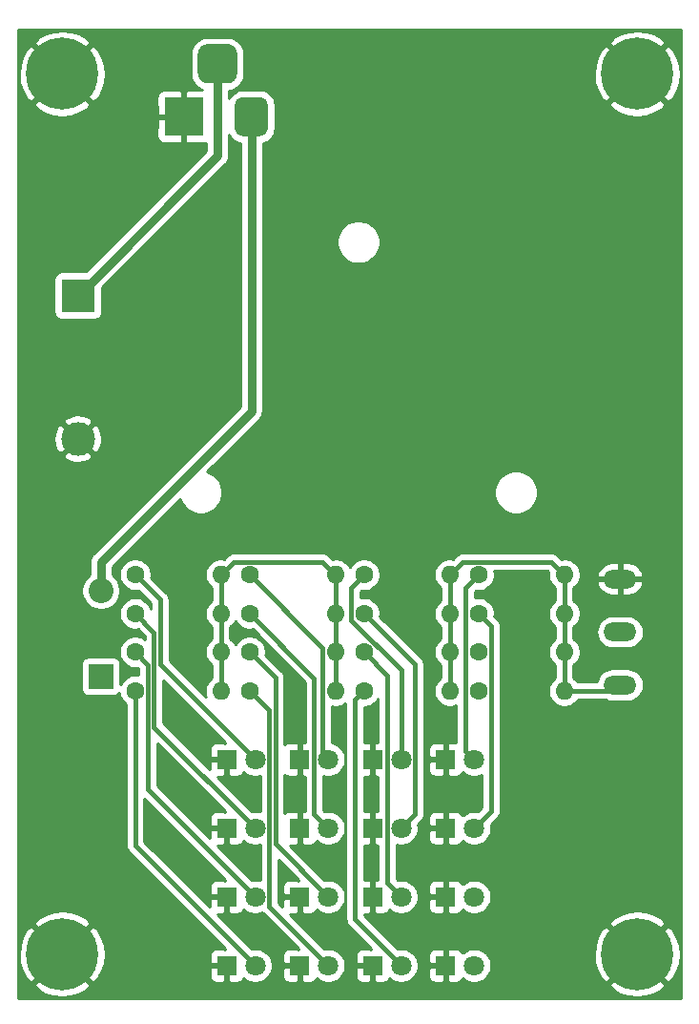
<source format=gbr>
%TF.GenerationSoftware,KiCad,Pcbnew,(5.1.9-0-10_14)*%
%TF.CreationDate,2021-08-10T11:42:44-04:00*%
%TF.ProjectId,led-tester,6c65642d-7465-4737-9465-722e6b696361,v1*%
%TF.SameCoordinates,Original*%
%TF.FileFunction,Copper,L1,Top*%
%TF.FilePolarity,Positive*%
%FSLAX46Y46*%
G04 Gerber Fmt 4.6, Leading zero omitted, Abs format (unit mm)*
G04 Created by KiCad (PCBNEW (5.1.9-0-10_14)) date 2021-08-10 11:42:44*
%MOMM*%
%LPD*%
G01*
G04 APERTURE LIST*
%TA.AperFunction,ComponentPad*%
%ADD10C,3.000000*%
%TD*%
%TA.AperFunction,ComponentPad*%
%ADD11R,3.000000X3.000000*%
%TD*%
%TA.AperFunction,ComponentPad*%
%ADD12C,1.600000*%
%TD*%
%TA.AperFunction,ComponentPad*%
%ADD13O,1.600000X1.600000*%
%TD*%
%TA.AperFunction,ComponentPad*%
%ADD14C,0.800000*%
%TD*%
%TA.AperFunction,ComponentPad*%
%ADD15C,6.400000*%
%TD*%
%TA.AperFunction,ComponentPad*%
%ADD16R,1.800000X1.800000*%
%TD*%
%TA.AperFunction,ComponentPad*%
%ADD17C,1.800000*%
%TD*%
%TA.AperFunction,ComponentPad*%
%ADD18R,2.200000X2.200000*%
%TD*%
%TA.AperFunction,ComponentPad*%
%ADD19O,2.200000X2.200000*%
%TD*%
%TA.AperFunction,ComponentPad*%
%ADD20R,3.500000X3.500000*%
%TD*%
%TA.AperFunction,ComponentPad*%
%ADD21O,2.923750X1.653750*%
%TD*%
%TA.AperFunction,Conductor*%
%ADD22C,0.762000*%
%TD*%
%TA.AperFunction,Conductor*%
%ADD23C,0.381000*%
%TD*%
%TA.AperFunction,Conductor*%
%ADD24C,0.254000*%
%TD*%
%TA.AperFunction,Conductor*%
%ADD25C,0.100000*%
%TD*%
G04 APERTURE END LIST*
D10*
%TO.P,BT1,2*%
%TO.N,GND*%
X116078000Y-95631000D03*
D11*
%TO.P,BT1,1*%
%TO.N,Net-(BT1-Pad1)*%
X116078000Y-82931000D03*
%TD*%
D12*
%TO.P,R7,1*%
%TO.N,Net-(D7-Pad2)*%
X131318000Y-111125000D03*
D13*
%TO.P,R7,2*%
%TO.N,VCC*%
X138938000Y-111125000D03*
%TD*%
D14*
%TO.P,H4,1*%
%TO.N,GND*%
X167432056Y-139653944D03*
X165735000Y-138951000D03*
X164037944Y-139653944D03*
X163335000Y-141351000D03*
X164037944Y-143048056D03*
X165735000Y-143751000D03*
X167432056Y-143048056D03*
X168135000Y-141351000D03*
D15*
X165735000Y-141351000D03*
%TD*%
D14*
%TO.P,H3,1*%
%TO.N,GND*%
X167432056Y-61548944D03*
X165735000Y-60846000D03*
X164037944Y-61548944D03*
X163335000Y-63246000D03*
X164037944Y-64943056D03*
X165735000Y-65646000D03*
X167432056Y-64943056D03*
X168135000Y-63246000D03*
D15*
X165735000Y-63246000D03*
%TD*%
D14*
%TO.P,H2,1*%
%TO.N,GND*%
X116378056Y-139653944D03*
X114681000Y-138951000D03*
X112983944Y-139653944D03*
X112281000Y-141351000D03*
X112983944Y-143048056D03*
X114681000Y-143751000D03*
X116378056Y-143048056D03*
X117081000Y-141351000D03*
D15*
X114681000Y-141351000D03*
%TD*%
D14*
%TO.P,H1,1*%
%TO.N,GND*%
X116378056Y-61548944D03*
X114681000Y-60846000D03*
X112983944Y-61548944D03*
X112281000Y-63246000D03*
X112983944Y-64943056D03*
X114681000Y-65646000D03*
X116378056Y-64943056D03*
X117081000Y-63246000D03*
D15*
X114681000Y-63246000D03*
%TD*%
D16*
%TO.P,D1,1*%
%TO.N,GND*%
X129286000Y-142367000D03*
D17*
%TO.P,D1,2*%
%TO.N,Net-(D1-Pad2)*%
X131826000Y-142367000D03*
%TD*%
D16*
%TO.P,D2,1*%
%TO.N,GND*%
X129286000Y-136271000D03*
D17*
%TO.P,D2,2*%
%TO.N,Net-(D2-Pad2)*%
X131826000Y-136271000D03*
%TD*%
%TO.P,D3,2*%
%TO.N,Net-(D3-Pad2)*%
X131826000Y-130175000D03*
D16*
%TO.P,D3,1*%
%TO.N,GND*%
X129286000Y-130175000D03*
%TD*%
%TO.P,D4,1*%
%TO.N,GND*%
X129286000Y-124079000D03*
D17*
%TO.P,D4,2*%
%TO.N,Net-(D4-Pad2)*%
X131826000Y-124079000D03*
%TD*%
D16*
%TO.P,D5,1*%
%TO.N,GND*%
X135763000Y-142367000D03*
D17*
%TO.P,D5,2*%
%TO.N,Net-(D5-Pad2)*%
X138303000Y-142367000D03*
%TD*%
D16*
%TO.P,D6,1*%
%TO.N,GND*%
X135763000Y-136271000D03*
D17*
%TO.P,D6,2*%
%TO.N,Net-(D6-Pad2)*%
X138303000Y-136271000D03*
%TD*%
%TO.P,D7,2*%
%TO.N,Net-(D7-Pad2)*%
X138303000Y-130175000D03*
D16*
%TO.P,D7,1*%
%TO.N,GND*%
X135763000Y-130175000D03*
%TD*%
%TO.P,D8,1*%
%TO.N,GND*%
X135763000Y-124079000D03*
D17*
%TO.P,D8,2*%
%TO.N,Net-(D8-Pad2)*%
X138303000Y-124079000D03*
%TD*%
%TO.P,D9,2*%
%TO.N,Net-(D9-Pad2)*%
X144780000Y-142367000D03*
D16*
%TO.P,D9,1*%
%TO.N,GND*%
X142240000Y-142367000D03*
%TD*%
D17*
%TO.P,D10,2*%
%TO.N,Net-(D10-Pad2)*%
X144780000Y-136271000D03*
D16*
%TO.P,D10,1*%
%TO.N,GND*%
X142240000Y-136271000D03*
%TD*%
D17*
%TO.P,D11,2*%
%TO.N,Net-(D11-Pad2)*%
X144780000Y-130175000D03*
D16*
%TO.P,D11,1*%
%TO.N,GND*%
X142240000Y-130175000D03*
%TD*%
D17*
%TO.P,D12,2*%
%TO.N,Net-(D12-Pad2)*%
X144780000Y-124079000D03*
D16*
%TO.P,D12,1*%
%TO.N,GND*%
X142240000Y-124079000D03*
%TD*%
%TO.P,D13,1*%
%TO.N,GND*%
X148717000Y-142367000D03*
D17*
%TO.P,D13,2*%
%TO.N,Net-(D13-Pad2)*%
X151257000Y-142367000D03*
%TD*%
D16*
%TO.P,D14,1*%
%TO.N,GND*%
X148717000Y-136271000D03*
D17*
%TO.P,D14,2*%
%TO.N,Net-(D14-Pad2)*%
X151257000Y-136271000D03*
%TD*%
%TO.P,D15,2*%
%TO.N,Net-(D15-Pad2)*%
X151257000Y-130175000D03*
D16*
%TO.P,D15,1*%
%TO.N,GND*%
X148717000Y-130175000D03*
%TD*%
%TO.P,D16,1*%
%TO.N,GND*%
X148717000Y-124079000D03*
D17*
%TO.P,D16,2*%
%TO.N,Net-(D16-Pad2)*%
X151257000Y-124079000D03*
%TD*%
D18*
%TO.P,D17,1*%
%TO.N,Net-(D17-Pad1)*%
X118110000Y-116713000D03*
D19*
%TO.P,D17,2*%
%TO.N,Net-(D17-Pad2)*%
X118110000Y-109093000D03*
%TD*%
D20*
%TO.P,J1,1*%
%TO.N,GND*%
X125476000Y-67056000D03*
%TO.P,J1,2*%
%TO.N,Net-(D17-Pad2)*%
%TA.AperFunction,ComponentPad*%
G36*
G01*
X132976000Y-66056000D02*
X132976000Y-68056000D01*
G75*
G02*
X132226000Y-68806000I-750000J0D01*
G01*
X130726000Y-68806000D01*
G75*
G02*
X129976000Y-68056000I0J750000D01*
G01*
X129976000Y-66056000D01*
G75*
G02*
X130726000Y-65306000I750000J0D01*
G01*
X132226000Y-65306000D01*
G75*
G02*
X132976000Y-66056000I0J-750000D01*
G01*
G37*
%TD.AperFunction*%
%TO.P,J1,3*%
%TO.N,Net-(BT1-Pad1)*%
%TA.AperFunction,ComponentPad*%
G36*
G01*
X130226000Y-61481000D02*
X130226000Y-63231000D01*
G75*
G02*
X129351000Y-64106000I-875000J0D01*
G01*
X127601000Y-64106000D01*
G75*
G02*
X126726000Y-63231000I0J875000D01*
G01*
X126726000Y-61481000D01*
G75*
G02*
X127601000Y-60606000I875000J0D01*
G01*
X129351000Y-60606000D01*
G75*
G02*
X130226000Y-61481000I0J-875000D01*
G01*
G37*
%TD.AperFunction*%
%TD*%
D12*
%TO.P,R1,1*%
%TO.N,Net-(D1-Pad2)*%
X121158000Y-117983000D03*
D13*
%TO.P,R1,2*%
%TO.N,VCC*%
X128778000Y-117983000D03*
%TD*%
D12*
%TO.P,R2,1*%
%TO.N,Net-(D2-Pad2)*%
X121158000Y-114554000D03*
D13*
%TO.P,R2,2*%
%TO.N,VCC*%
X128778000Y-114554000D03*
%TD*%
%TO.P,R3,2*%
%TO.N,VCC*%
X128778000Y-111125000D03*
D12*
%TO.P,R3,1*%
%TO.N,Net-(D3-Pad2)*%
X121158000Y-111125000D03*
%TD*%
%TO.P,R4,1*%
%TO.N,Net-(D4-Pad2)*%
X121158000Y-107696000D03*
D13*
%TO.P,R4,2*%
%TO.N,VCC*%
X128778000Y-107696000D03*
%TD*%
D12*
%TO.P,R5,1*%
%TO.N,Net-(D5-Pad2)*%
X131318000Y-117983000D03*
D13*
%TO.P,R5,2*%
%TO.N,VCC*%
X138938000Y-117983000D03*
%TD*%
%TO.P,R6,2*%
%TO.N,VCC*%
X138938000Y-114554000D03*
D12*
%TO.P,R6,1*%
%TO.N,Net-(D6-Pad2)*%
X131318000Y-114554000D03*
%TD*%
D13*
%TO.P,R8,2*%
%TO.N,VCC*%
X138938000Y-107696000D03*
D12*
%TO.P,R8,1*%
%TO.N,Net-(D8-Pad2)*%
X131318000Y-107696000D03*
%TD*%
D13*
%TO.P,R9,2*%
%TO.N,VCC*%
X149098000Y-117983000D03*
D12*
%TO.P,R9,1*%
%TO.N,Net-(D9-Pad2)*%
X141478000Y-117983000D03*
%TD*%
D13*
%TO.P,R10,2*%
%TO.N,VCC*%
X149098000Y-114554000D03*
D12*
%TO.P,R10,1*%
%TO.N,Net-(D10-Pad2)*%
X141478000Y-114554000D03*
%TD*%
D13*
%TO.P,R11,2*%
%TO.N,VCC*%
X149098000Y-111125000D03*
D12*
%TO.P,R11,1*%
%TO.N,Net-(D11-Pad2)*%
X141478000Y-111125000D03*
%TD*%
D13*
%TO.P,R12,2*%
%TO.N,VCC*%
X149098000Y-107696000D03*
D12*
%TO.P,R12,1*%
%TO.N,Net-(D12-Pad2)*%
X141478000Y-107696000D03*
%TD*%
%TO.P,R13,1*%
%TO.N,Net-(D13-Pad2)*%
X151638000Y-117983000D03*
D13*
%TO.P,R13,2*%
%TO.N,VCC*%
X159258000Y-117983000D03*
%TD*%
%TO.P,R14,2*%
%TO.N,VCC*%
X159258000Y-114554000D03*
D12*
%TO.P,R14,1*%
%TO.N,Net-(D14-Pad2)*%
X151638000Y-114554000D03*
%TD*%
%TO.P,R15,1*%
%TO.N,Net-(D15-Pad2)*%
X151638000Y-111125000D03*
D13*
%TO.P,R15,2*%
%TO.N,VCC*%
X159258000Y-111125000D03*
%TD*%
D12*
%TO.P,R16,1*%
%TO.N,Net-(D16-Pad2)*%
X151638000Y-107696000D03*
D13*
%TO.P,R16,2*%
%TO.N,VCC*%
X159258000Y-107696000D03*
%TD*%
D21*
%TO.P,SW1,1*%
%TO.N,VCC*%
X164211000Y-117475000D03*
%TO.P,SW1,2*%
%TO.N,Net-(D17-Pad1)*%
X164211000Y-112775000D03*
%TO.P,SW1,3*%
%TO.N,GND*%
X164211000Y-108075000D03*
%TD*%
D22*
%TO.N,Net-(BT1-Pad1)*%
X128476000Y-70533000D02*
X116078000Y-82931000D01*
X128476000Y-62356000D02*
X128476000Y-70533000D01*
D23*
%TO.N,Net-(D1-Pad2)*%
X121158000Y-131699000D02*
X131826000Y-142367000D01*
X121158000Y-117983000D02*
X121158000Y-131699000D01*
%TO.N,Net-(D2-Pad2)*%
X122300901Y-126745901D02*
X131826000Y-136271000D01*
X122300901Y-115696901D02*
X122300901Y-126745901D01*
X121158000Y-114554000D02*
X122300901Y-115696901D01*
%TO.N,Net-(D3-Pad2)*%
X122834311Y-121183311D02*
X131826000Y-130175000D01*
X122834311Y-112801311D02*
X122834311Y-121183311D01*
X121158000Y-111125000D02*
X122834311Y-112801311D01*
%TO.N,Net-(D4-Pad2)*%
X123367721Y-115620721D02*
X131826000Y-124079000D01*
X123367721Y-109905721D02*
X123367721Y-115620721D01*
X121158000Y-107696000D02*
X123367721Y-109905721D01*
%TO.N,Net-(D5-Pad2)*%
X133068901Y-137132901D02*
X138303000Y-142367000D01*
X133068901Y-119733901D02*
X133068901Y-137132901D01*
X131318000Y-117983000D02*
X133068901Y-119733901D01*
%TO.N,Net-(D6-Pad2)*%
X133602311Y-131570311D02*
X138303000Y-136271000D01*
X133602311Y-116838311D02*
X133602311Y-131570311D01*
X131318000Y-114554000D02*
X133602311Y-116838311D01*
%TO.N,Net-(D7-Pad2)*%
X137060099Y-116867099D02*
X137060099Y-128932099D01*
X137060099Y-128932099D02*
X138303000Y-130175000D01*
X131318000Y-111125000D02*
X137060099Y-116867099D01*
%TO.N,Net-(D8-Pad2)*%
X137795099Y-123571099D02*
X138303000Y-124079000D01*
X137795099Y-114173099D02*
X137795099Y-123571099D01*
X131318000Y-107696000D02*
X137795099Y-114173099D01*
%TO.N,Net-(D9-Pad2)*%
X140678001Y-138265001D02*
X144780000Y-142367000D01*
X140678001Y-118782999D02*
X140678001Y-138265001D01*
X141478000Y-117983000D02*
X140678001Y-118782999D01*
%TO.N,Net-(D10-Pad2)*%
X143537099Y-135028099D02*
X144780000Y-136271000D01*
X143537099Y-116613099D02*
X143537099Y-135028099D01*
X141478000Y-114554000D02*
X143537099Y-116613099D01*
%TO.N,Net-(D11-Pad2)*%
X146022901Y-115669901D02*
X146022901Y-128932099D01*
X146022901Y-128932099D02*
X144780000Y-130175000D01*
X141478000Y-111125000D02*
X146022901Y-115669901D01*
%TO.N,Net-(D12-Pad2)*%
X144780000Y-116164506D02*
X144780000Y-124079000D01*
X140335099Y-108838901D02*
X140335099Y-111719605D01*
X140335099Y-111719605D02*
X144780000Y-116164506D01*
X141478000Y-107696000D02*
X140335099Y-108838901D01*
%TO.N,Net-(D15-Pad2)*%
X152780901Y-128651099D02*
X151257000Y-130175000D01*
X152780901Y-112267901D02*
X152780901Y-128651099D01*
X151638000Y-111125000D02*
X152780901Y-112267901D01*
%TO.N,Net-(D16-Pad2)*%
X150495099Y-123317099D02*
X151257000Y-124079000D01*
X150495099Y-108838901D02*
X150495099Y-123317099D01*
X151638000Y-107696000D02*
X150495099Y-108838901D01*
D22*
%TO.N,Net-(D17-Pad2)*%
X118110000Y-106535566D02*
X118110000Y-109093000D01*
X131476000Y-93169566D02*
X118110000Y-106535566D01*
X131476000Y-67056000D02*
X131476000Y-93169566D01*
D23*
%TO.N,VCC*%
X159258000Y-117983000D02*
X159258000Y-114554000D01*
X159258000Y-114554000D02*
X159258000Y-111125000D01*
X159258000Y-111125000D02*
X159258000Y-107696000D01*
X150240901Y-106553099D02*
X149098000Y-107696000D01*
X158115099Y-106553099D02*
X150240901Y-106553099D01*
X159258000Y-107696000D02*
X158115099Y-106553099D01*
X149098000Y-107696000D02*
X149098000Y-111125000D01*
X149098000Y-111125000D02*
X149098000Y-114554000D01*
X149098000Y-114554000D02*
X149098000Y-117983000D01*
X138938000Y-117983000D02*
X138938000Y-114554000D01*
X138938000Y-114554000D02*
X138938000Y-111125000D01*
X138938000Y-111125000D02*
X138938000Y-107696000D01*
X137795099Y-106553099D02*
X129920901Y-106553099D01*
X129920901Y-106553099D02*
X128778000Y-107696000D01*
X138938000Y-107696000D02*
X137795099Y-106553099D01*
X128778000Y-107696000D02*
X128778000Y-111125000D01*
X128778000Y-111125000D02*
X128778000Y-114554000D01*
X128778000Y-114554000D02*
X128778000Y-117983000D01*
X163703000Y-117983000D02*
X164211000Y-117475000D01*
X159258000Y-117983000D02*
X163703000Y-117983000D01*
%TD*%
D24*
%TO.N,GND*%
X169647001Y-145263000D02*
X110769000Y-145263000D01*
X110769000Y-144051881D01*
X112159724Y-144051881D01*
X112519912Y-144541548D01*
X113183882Y-144901849D01*
X113905385Y-145125694D01*
X114656695Y-145204480D01*
X115408938Y-145135178D01*
X116133208Y-144920452D01*
X116801670Y-144568555D01*
X116842088Y-144541548D01*
X117202276Y-144051881D01*
X163213724Y-144051881D01*
X163573912Y-144541548D01*
X164237882Y-144901849D01*
X164959385Y-145125694D01*
X165710695Y-145204480D01*
X166462938Y-145135178D01*
X167187208Y-144920452D01*
X167855670Y-144568555D01*
X167896088Y-144541548D01*
X168256276Y-144051881D01*
X165735000Y-141530605D01*
X163213724Y-144051881D01*
X117202276Y-144051881D01*
X114681000Y-141530605D01*
X112159724Y-144051881D01*
X110769000Y-144051881D01*
X110769000Y-141326695D01*
X110827520Y-141326695D01*
X110896822Y-142078938D01*
X111111548Y-142803208D01*
X111463445Y-143471670D01*
X111490452Y-143512088D01*
X111980119Y-143872276D01*
X114501395Y-141351000D01*
X114860605Y-141351000D01*
X117381881Y-143872276D01*
X117871548Y-143512088D01*
X118004544Y-143267000D01*
X127747928Y-143267000D01*
X127760188Y-143391482D01*
X127796498Y-143511180D01*
X127855463Y-143621494D01*
X127934815Y-143718185D01*
X128031506Y-143797537D01*
X128141820Y-143856502D01*
X128261518Y-143892812D01*
X128386000Y-143905072D01*
X129000250Y-143902000D01*
X129159000Y-143743250D01*
X129159000Y-142494000D01*
X127909750Y-142494000D01*
X127751000Y-142652750D01*
X127747928Y-143267000D01*
X118004544Y-143267000D01*
X118231849Y-142848118D01*
X118455694Y-142126615D01*
X118534480Y-141375305D01*
X118465178Y-140623062D01*
X118250452Y-139898792D01*
X117898555Y-139230330D01*
X117871548Y-139189912D01*
X117381881Y-138829724D01*
X114860605Y-141351000D01*
X114501395Y-141351000D01*
X111980119Y-138829724D01*
X111490452Y-139189912D01*
X111130151Y-139853882D01*
X110906306Y-140575385D01*
X110827520Y-141326695D01*
X110769000Y-141326695D01*
X110769000Y-138650119D01*
X112159724Y-138650119D01*
X114681000Y-141171395D01*
X117202276Y-138650119D01*
X116842088Y-138160452D01*
X116178118Y-137800151D01*
X115456615Y-137576306D01*
X114705305Y-137497520D01*
X113953062Y-137566822D01*
X113228792Y-137781548D01*
X112560330Y-138133445D01*
X112519912Y-138160452D01*
X112159724Y-138650119D01*
X110769000Y-138650119D01*
X110769000Y-115613000D01*
X116371928Y-115613000D01*
X116371928Y-117813000D01*
X116384188Y-117937482D01*
X116420498Y-118057180D01*
X116479463Y-118167494D01*
X116558815Y-118264185D01*
X116655506Y-118343537D01*
X116765820Y-118402502D01*
X116885518Y-118438812D01*
X117010000Y-118451072D01*
X119210000Y-118451072D01*
X119334482Y-118438812D01*
X119454180Y-118402502D01*
X119564494Y-118343537D01*
X119661185Y-118264185D01*
X119733331Y-118176274D01*
X119778147Y-118401574D01*
X119886320Y-118662727D01*
X120043363Y-118897759D01*
X120243241Y-119097637D01*
X120332500Y-119157278D01*
X120332501Y-131658439D01*
X120328506Y-131699000D01*
X120344445Y-131860826D01*
X120391647Y-132016433D01*
X120468301Y-132159842D01*
X120529863Y-132234854D01*
X120571460Y-132285541D01*
X120602961Y-132311393D01*
X129158998Y-140867431D01*
X129158998Y-140990748D01*
X129000250Y-140832000D01*
X128386000Y-140828928D01*
X128261518Y-140841188D01*
X128141820Y-140877498D01*
X128031506Y-140936463D01*
X127934815Y-141015815D01*
X127855463Y-141112506D01*
X127796498Y-141222820D01*
X127760188Y-141342518D01*
X127747928Y-141467000D01*
X127751000Y-142081250D01*
X127909750Y-142240000D01*
X129159000Y-142240000D01*
X129159000Y-142220000D01*
X129413000Y-142220000D01*
X129413000Y-142240000D01*
X129433000Y-142240000D01*
X129433000Y-142494000D01*
X129413000Y-142494000D01*
X129413000Y-143743250D01*
X129571750Y-143902000D01*
X130186000Y-143905072D01*
X130310482Y-143892812D01*
X130430180Y-143856502D01*
X130540494Y-143797537D01*
X130637185Y-143718185D01*
X130716537Y-143621494D01*
X130775502Y-143511180D01*
X130781056Y-143492873D01*
X130847495Y-143559312D01*
X131098905Y-143727299D01*
X131378257Y-143843011D01*
X131674816Y-143902000D01*
X131977184Y-143902000D01*
X132273743Y-143843011D01*
X132553095Y-143727299D01*
X132804505Y-143559312D01*
X133018312Y-143345505D01*
X133070767Y-143267000D01*
X134224928Y-143267000D01*
X134237188Y-143391482D01*
X134273498Y-143511180D01*
X134332463Y-143621494D01*
X134411815Y-143718185D01*
X134508506Y-143797537D01*
X134618820Y-143856502D01*
X134738518Y-143892812D01*
X134863000Y-143905072D01*
X135477250Y-143902000D01*
X135636000Y-143743250D01*
X135636000Y-142494000D01*
X134386750Y-142494000D01*
X134228000Y-142652750D01*
X134224928Y-143267000D01*
X133070767Y-143267000D01*
X133186299Y-143094095D01*
X133302011Y-142814743D01*
X133361000Y-142518184D01*
X133361000Y-142215816D01*
X133302011Y-141919257D01*
X133186299Y-141639905D01*
X133018312Y-141388495D01*
X132804505Y-141174688D01*
X132553095Y-141006701D01*
X132273743Y-140890989D01*
X131977184Y-140832000D01*
X131674816Y-140832000D01*
X131494333Y-140867900D01*
X128435258Y-137808826D01*
X129000250Y-137806000D01*
X129159000Y-137647250D01*
X129159000Y-136398000D01*
X127909750Y-136398000D01*
X127751000Y-136556750D01*
X127748174Y-137121742D01*
X121983500Y-131357068D01*
X121983500Y-127595932D01*
X129158998Y-134771431D01*
X129158998Y-134894748D01*
X129000250Y-134736000D01*
X128386000Y-134732928D01*
X128261518Y-134745188D01*
X128141820Y-134781498D01*
X128031506Y-134840463D01*
X127934815Y-134919815D01*
X127855463Y-135016506D01*
X127796498Y-135126820D01*
X127760188Y-135246518D01*
X127747928Y-135371000D01*
X127751000Y-135985250D01*
X127909750Y-136144000D01*
X129159000Y-136144000D01*
X129159000Y-136124000D01*
X129413000Y-136124000D01*
X129413000Y-136144000D01*
X129433000Y-136144000D01*
X129433000Y-136398000D01*
X129413000Y-136398000D01*
X129413000Y-137647250D01*
X129571750Y-137806000D01*
X130186000Y-137809072D01*
X130310482Y-137796812D01*
X130430180Y-137760502D01*
X130540494Y-137701537D01*
X130637185Y-137622185D01*
X130716537Y-137525494D01*
X130775502Y-137415180D01*
X130781056Y-137396873D01*
X130847495Y-137463312D01*
X131098905Y-137631299D01*
X131378257Y-137747011D01*
X131674816Y-137806000D01*
X131977184Y-137806000D01*
X132273743Y-137747011D01*
X132446321Y-137675527D01*
X132482361Y-137719442D01*
X132513862Y-137745294D01*
X135635998Y-140867431D01*
X135635998Y-140990748D01*
X135477250Y-140832000D01*
X134863000Y-140828928D01*
X134738518Y-140841188D01*
X134618820Y-140877498D01*
X134508506Y-140936463D01*
X134411815Y-141015815D01*
X134332463Y-141112506D01*
X134273498Y-141222820D01*
X134237188Y-141342518D01*
X134224928Y-141467000D01*
X134228000Y-142081250D01*
X134386750Y-142240000D01*
X135636000Y-142240000D01*
X135636000Y-142220000D01*
X135890000Y-142220000D01*
X135890000Y-142240000D01*
X135910000Y-142240000D01*
X135910000Y-142494000D01*
X135890000Y-142494000D01*
X135890000Y-143743250D01*
X136048750Y-143902000D01*
X136663000Y-143905072D01*
X136787482Y-143892812D01*
X136907180Y-143856502D01*
X137017494Y-143797537D01*
X137114185Y-143718185D01*
X137193537Y-143621494D01*
X137252502Y-143511180D01*
X137258056Y-143492873D01*
X137324495Y-143559312D01*
X137575905Y-143727299D01*
X137855257Y-143843011D01*
X138151816Y-143902000D01*
X138454184Y-143902000D01*
X138750743Y-143843011D01*
X139030095Y-143727299D01*
X139281505Y-143559312D01*
X139495312Y-143345505D01*
X139547767Y-143267000D01*
X140701928Y-143267000D01*
X140714188Y-143391482D01*
X140750498Y-143511180D01*
X140809463Y-143621494D01*
X140888815Y-143718185D01*
X140985506Y-143797537D01*
X141095820Y-143856502D01*
X141215518Y-143892812D01*
X141340000Y-143905072D01*
X141954250Y-143902000D01*
X142113000Y-143743250D01*
X142113000Y-142494000D01*
X140863750Y-142494000D01*
X140705000Y-142652750D01*
X140701928Y-143267000D01*
X139547767Y-143267000D01*
X139663299Y-143094095D01*
X139779011Y-142814743D01*
X139838000Y-142518184D01*
X139838000Y-142215816D01*
X139779011Y-141919257D01*
X139663299Y-141639905D01*
X139495312Y-141388495D01*
X139281505Y-141174688D01*
X139030095Y-141006701D01*
X138750743Y-140890989D01*
X138454184Y-140832000D01*
X138151816Y-140832000D01*
X137971334Y-140867900D01*
X134912258Y-137808826D01*
X135477250Y-137806000D01*
X135636000Y-137647250D01*
X135636000Y-136398000D01*
X134386750Y-136398000D01*
X134228000Y-136556750D01*
X134225174Y-137121742D01*
X133894401Y-136790969D01*
X133894401Y-133029833D01*
X135635998Y-134771431D01*
X135635998Y-134894748D01*
X135477250Y-134736000D01*
X134863000Y-134732928D01*
X134738518Y-134745188D01*
X134618820Y-134781498D01*
X134508506Y-134840463D01*
X134411815Y-134919815D01*
X134332463Y-135016506D01*
X134273498Y-135126820D01*
X134237188Y-135246518D01*
X134224928Y-135371000D01*
X134228000Y-135985250D01*
X134386750Y-136144000D01*
X135636000Y-136144000D01*
X135636000Y-136124000D01*
X135890000Y-136124000D01*
X135890000Y-136144000D01*
X135910000Y-136144000D01*
X135910000Y-136398000D01*
X135890000Y-136398000D01*
X135890000Y-137647250D01*
X136048750Y-137806000D01*
X136663000Y-137809072D01*
X136787482Y-137796812D01*
X136907180Y-137760502D01*
X137017494Y-137701537D01*
X137114185Y-137622185D01*
X137193537Y-137525494D01*
X137252502Y-137415180D01*
X137258056Y-137396873D01*
X137324495Y-137463312D01*
X137575905Y-137631299D01*
X137855257Y-137747011D01*
X138151816Y-137806000D01*
X138454184Y-137806000D01*
X138750743Y-137747011D01*
X139030095Y-137631299D01*
X139281505Y-137463312D01*
X139495312Y-137249505D01*
X139663299Y-136998095D01*
X139779011Y-136718743D01*
X139838000Y-136422184D01*
X139838000Y-136119816D01*
X139779011Y-135823257D01*
X139663299Y-135543905D01*
X139495312Y-135292495D01*
X139281505Y-135078688D01*
X139030095Y-134910701D01*
X138750743Y-134794989D01*
X138454184Y-134736000D01*
X138151816Y-134736000D01*
X137971333Y-134771900D01*
X134912258Y-131712826D01*
X135477250Y-131710000D01*
X135636000Y-131551250D01*
X135636000Y-130302000D01*
X135616000Y-130302000D01*
X135616000Y-130048000D01*
X135636000Y-130048000D01*
X135636000Y-128798750D01*
X135477250Y-128640000D01*
X134863000Y-128636928D01*
X134738518Y-128649188D01*
X134618820Y-128685498D01*
X134508506Y-128744463D01*
X134427811Y-128810687D01*
X134427811Y-125443313D01*
X134508506Y-125509537D01*
X134618820Y-125568502D01*
X134738518Y-125604812D01*
X134863000Y-125617072D01*
X135477250Y-125614000D01*
X135636000Y-125455250D01*
X135636000Y-124206000D01*
X135616000Y-124206000D01*
X135616000Y-123952000D01*
X135636000Y-123952000D01*
X135636000Y-122702750D01*
X135477250Y-122544000D01*
X134863000Y-122540928D01*
X134738518Y-122553188D01*
X134618820Y-122589498D01*
X134508506Y-122648463D01*
X134427811Y-122714687D01*
X134427811Y-116878861D01*
X134431805Y-116838311D01*
X134423210Y-116751046D01*
X134415867Y-116676485D01*
X134368664Y-116520877D01*
X134331460Y-116451274D01*
X134292010Y-116377468D01*
X134214703Y-116283269D01*
X134214700Y-116283266D01*
X134188852Y-116251770D01*
X134157357Y-116225923D01*
X132732056Y-114800624D01*
X132753000Y-114695335D01*
X132753000Y-114412665D01*
X132697853Y-114135426D01*
X132589680Y-113874273D01*
X132432637Y-113639241D01*
X132232759Y-113439363D01*
X131997727Y-113282320D01*
X131736574Y-113174147D01*
X131459335Y-113119000D01*
X131176665Y-113119000D01*
X130899426Y-113174147D01*
X130638273Y-113282320D01*
X130403241Y-113439363D01*
X130203363Y-113639241D01*
X130048000Y-113871759D01*
X129892637Y-113639241D01*
X129692759Y-113439363D01*
X129603500Y-113379722D01*
X129603500Y-112299278D01*
X129692759Y-112239637D01*
X129892637Y-112039759D01*
X130048000Y-111807241D01*
X130203363Y-112039759D01*
X130403241Y-112239637D01*
X130638273Y-112396680D01*
X130899426Y-112504853D01*
X131176665Y-112560000D01*
X131459335Y-112560000D01*
X131564624Y-112539056D01*
X136234599Y-117209032D01*
X136234599Y-122543071D01*
X136048750Y-122544000D01*
X135890000Y-122702750D01*
X135890000Y-123952000D01*
X135910000Y-123952000D01*
X135910000Y-124206000D01*
X135890000Y-124206000D01*
X135890000Y-125455250D01*
X136048750Y-125614000D01*
X136234600Y-125614929D01*
X136234600Y-128639071D01*
X136048750Y-128640000D01*
X135890000Y-128798750D01*
X135890000Y-130048000D01*
X135910000Y-130048000D01*
X135910000Y-130302000D01*
X135890000Y-130302000D01*
X135890000Y-131551250D01*
X136048750Y-131710000D01*
X136663000Y-131713072D01*
X136787482Y-131700812D01*
X136907180Y-131664502D01*
X137017494Y-131605537D01*
X137114185Y-131526185D01*
X137193537Y-131429494D01*
X137252502Y-131319180D01*
X137258056Y-131300873D01*
X137324495Y-131367312D01*
X137575905Y-131535299D01*
X137855257Y-131651011D01*
X138151816Y-131710000D01*
X138454184Y-131710000D01*
X138750743Y-131651011D01*
X139030095Y-131535299D01*
X139281505Y-131367312D01*
X139495312Y-131153505D01*
X139663299Y-130902095D01*
X139779011Y-130622743D01*
X139838000Y-130326184D01*
X139838000Y-130023816D01*
X139779011Y-129727257D01*
X139663299Y-129447905D01*
X139495312Y-129196495D01*
X139281505Y-128982688D01*
X139030095Y-128814701D01*
X138750743Y-128698989D01*
X138454184Y-128640000D01*
X138151816Y-128640000D01*
X137971333Y-128675900D01*
X137885599Y-128590167D01*
X137885599Y-125561046D01*
X138151816Y-125614000D01*
X138454184Y-125614000D01*
X138750743Y-125555011D01*
X139030095Y-125439299D01*
X139281505Y-125271312D01*
X139495312Y-125057505D01*
X139663299Y-124806095D01*
X139779011Y-124526743D01*
X139838000Y-124230184D01*
X139838000Y-123927816D01*
X139779011Y-123631257D01*
X139663299Y-123351905D01*
X139495312Y-123100495D01*
X139281505Y-122886688D01*
X139030095Y-122718701D01*
X138750743Y-122602989D01*
X138620599Y-122577102D01*
X138620599Y-119382978D01*
X138796665Y-119418000D01*
X139079335Y-119418000D01*
X139356574Y-119362853D01*
X139617727Y-119254680D01*
X139852501Y-119097809D01*
X139852502Y-138224440D01*
X139848507Y-138265001D01*
X139864446Y-138426827D01*
X139911648Y-138582434D01*
X139988302Y-138725843D01*
X140025686Y-138771395D01*
X140091461Y-138851542D01*
X140122962Y-138877394D01*
X142112998Y-140867431D01*
X142112998Y-140990748D01*
X141954250Y-140832000D01*
X141340000Y-140828928D01*
X141215518Y-140841188D01*
X141095820Y-140877498D01*
X140985506Y-140936463D01*
X140888815Y-141015815D01*
X140809463Y-141112506D01*
X140750498Y-141222820D01*
X140714188Y-141342518D01*
X140701928Y-141467000D01*
X140705000Y-142081250D01*
X140863750Y-142240000D01*
X142113000Y-142240000D01*
X142113000Y-142220000D01*
X142367000Y-142220000D01*
X142367000Y-142240000D01*
X142387000Y-142240000D01*
X142387000Y-142494000D01*
X142367000Y-142494000D01*
X142367000Y-143743250D01*
X142525750Y-143902000D01*
X143140000Y-143905072D01*
X143264482Y-143892812D01*
X143384180Y-143856502D01*
X143494494Y-143797537D01*
X143591185Y-143718185D01*
X143670537Y-143621494D01*
X143729502Y-143511180D01*
X143735056Y-143492873D01*
X143801495Y-143559312D01*
X144052905Y-143727299D01*
X144332257Y-143843011D01*
X144628816Y-143902000D01*
X144931184Y-143902000D01*
X145227743Y-143843011D01*
X145507095Y-143727299D01*
X145758505Y-143559312D01*
X145972312Y-143345505D01*
X146024767Y-143267000D01*
X147178928Y-143267000D01*
X147191188Y-143391482D01*
X147227498Y-143511180D01*
X147286463Y-143621494D01*
X147365815Y-143718185D01*
X147462506Y-143797537D01*
X147572820Y-143856502D01*
X147692518Y-143892812D01*
X147817000Y-143905072D01*
X148431250Y-143902000D01*
X148590000Y-143743250D01*
X148590000Y-142494000D01*
X147340750Y-142494000D01*
X147182000Y-142652750D01*
X147178928Y-143267000D01*
X146024767Y-143267000D01*
X146140299Y-143094095D01*
X146256011Y-142814743D01*
X146315000Y-142518184D01*
X146315000Y-142215816D01*
X146256011Y-141919257D01*
X146140299Y-141639905D01*
X146024768Y-141467000D01*
X147178928Y-141467000D01*
X147182000Y-142081250D01*
X147340750Y-142240000D01*
X148590000Y-142240000D01*
X148590000Y-140990750D01*
X148844000Y-140990750D01*
X148844000Y-142240000D01*
X148864000Y-142240000D01*
X148864000Y-142494000D01*
X148844000Y-142494000D01*
X148844000Y-143743250D01*
X149002750Y-143902000D01*
X149617000Y-143905072D01*
X149741482Y-143892812D01*
X149861180Y-143856502D01*
X149971494Y-143797537D01*
X150068185Y-143718185D01*
X150147537Y-143621494D01*
X150206502Y-143511180D01*
X150212056Y-143492873D01*
X150278495Y-143559312D01*
X150529905Y-143727299D01*
X150809257Y-143843011D01*
X151105816Y-143902000D01*
X151408184Y-143902000D01*
X151704743Y-143843011D01*
X151984095Y-143727299D01*
X152235505Y-143559312D01*
X152449312Y-143345505D01*
X152617299Y-143094095D01*
X152733011Y-142814743D01*
X152792000Y-142518184D01*
X152792000Y-142215816D01*
X152733011Y-141919257D01*
X152617299Y-141639905D01*
X152449312Y-141388495D01*
X152387512Y-141326695D01*
X161881520Y-141326695D01*
X161950822Y-142078938D01*
X162165548Y-142803208D01*
X162517445Y-143471670D01*
X162544452Y-143512088D01*
X163034119Y-143872276D01*
X165555395Y-141351000D01*
X165914605Y-141351000D01*
X168435881Y-143872276D01*
X168925548Y-143512088D01*
X169285849Y-142848118D01*
X169509694Y-142126615D01*
X169588480Y-141375305D01*
X169519178Y-140623062D01*
X169304452Y-139898792D01*
X168952555Y-139230330D01*
X168925548Y-139189912D01*
X168435881Y-138829724D01*
X165914605Y-141351000D01*
X165555395Y-141351000D01*
X163034119Y-138829724D01*
X162544452Y-139189912D01*
X162184151Y-139853882D01*
X161960306Y-140575385D01*
X161881520Y-141326695D01*
X152387512Y-141326695D01*
X152235505Y-141174688D01*
X151984095Y-141006701D01*
X151704743Y-140890989D01*
X151408184Y-140832000D01*
X151105816Y-140832000D01*
X150809257Y-140890989D01*
X150529905Y-141006701D01*
X150278495Y-141174688D01*
X150212056Y-141241127D01*
X150206502Y-141222820D01*
X150147537Y-141112506D01*
X150068185Y-141015815D01*
X149971494Y-140936463D01*
X149861180Y-140877498D01*
X149741482Y-140841188D01*
X149617000Y-140828928D01*
X149002750Y-140832000D01*
X148844000Y-140990750D01*
X148590000Y-140990750D01*
X148431250Y-140832000D01*
X147817000Y-140828928D01*
X147692518Y-140841188D01*
X147572820Y-140877498D01*
X147462506Y-140936463D01*
X147365815Y-141015815D01*
X147286463Y-141112506D01*
X147227498Y-141222820D01*
X147191188Y-141342518D01*
X147178928Y-141467000D01*
X146024768Y-141467000D01*
X145972312Y-141388495D01*
X145758505Y-141174688D01*
X145507095Y-141006701D01*
X145227743Y-140890989D01*
X144931184Y-140832000D01*
X144628816Y-140832000D01*
X144448334Y-140867900D01*
X142230552Y-138650119D01*
X163213724Y-138650119D01*
X165735000Y-141171395D01*
X168256276Y-138650119D01*
X167896088Y-138160452D01*
X167232118Y-137800151D01*
X166510615Y-137576306D01*
X165759305Y-137497520D01*
X165007062Y-137566822D01*
X164282792Y-137781548D01*
X163614330Y-138133445D01*
X163573912Y-138160452D01*
X163213724Y-138650119D01*
X142230552Y-138650119D01*
X141503501Y-137923069D01*
X141503501Y-137808254D01*
X141954250Y-137806000D01*
X142113000Y-137647250D01*
X142113000Y-136398000D01*
X142093000Y-136398000D01*
X142093000Y-136144000D01*
X142113000Y-136144000D01*
X142113000Y-134894750D01*
X141954250Y-134736000D01*
X141503501Y-134733746D01*
X141503501Y-131712254D01*
X141954250Y-131710000D01*
X142113000Y-131551250D01*
X142113000Y-130302000D01*
X142093000Y-130302000D01*
X142093000Y-130048000D01*
X142113000Y-130048000D01*
X142113000Y-128798750D01*
X141954250Y-128640000D01*
X141503501Y-128637746D01*
X141503501Y-125616254D01*
X141954250Y-125614000D01*
X142113000Y-125455250D01*
X142113000Y-124206000D01*
X142093000Y-124206000D01*
X142093000Y-123952000D01*
X142113000Y-123952000D01*
X142113000Y-122702750D01*
X141954250Y-122544000D01*
X141503501Y-122541746D01*
X141503501Y-119418000D01*
X141619335Y-119418000D01*
X141896574Y-119362853D01*
X142157727Y-119254680D01*
X142392759Y-119097637D01*
X142592637Y-118897759D01*
X142711599Y-118719719D01*
X142711599Y-122543071D01*
X142525750Y-122544000D01*
X142367000Y-122702750D01*
X142367000Y-123952000D01*
X142387000Y-123952000D01*
X142387000Y-124206000D01*
X142367000Y-124206000D01*
X142367000Y-125455250D01*
X142525750Y-125614000D01*
X142711599Y-125614929D01*
X142711600Y-128639071D01*
X142525750Y-128640000D01*
X142367000Y-128798750D01*
X142367000Y-130048000D01*
X142387000Y-130048000D01*
X142387000Y-130302000D01*
X142367000Y-130302000D01*
X142367000Y-131551250D01*
X142525750Y-131710000D01*
X142711600Y-131710929D01*
X142711600Y-134735071D01*
X142525750Y-134736000D01*
X142367000Y-134894750D01*
X142367000Y-136144000D01*
X142387000Y-136144000D01*
X142387000Y-136398000D01*
X142367000Y-136398000D01*
X142367000Y-137647250D01*
X142525750Y-137806000D01*
X143140000Y-137809072D01*
X143264482Y-137796812D01*
X143384180Y-137760502D01*
X143494494Y-137701537D01*
X143591185Y-137622185D01*
X143670537Y-137525494D01*
X143729502Y-137415180D01*
X143735056Y-137396873D01*
X143801495Y-137463312D01*
X144052905Y-137631299D01*
X144332257Y-137747011D01*
X144628816Y-137806000D01*
X144931184Y-137806000D01*
X145227743Y-137747011D01*
X145507095Y-137631299D01*
X145758505Y-137463312D01*
X145972312Y-137249505D01*
X146024767Y-137171000D01*
X147178928Y-137171000D01*
X147191188Y-137295482D01*
X147227498Y-137415180D01*
X147286463Y-137525494D01*
X147365815Y-137622185D01*
X147462506Y-137701537D01*
X147572820Y-137760502D01*
X147692518Y-137796812D01*
X147817000Y-137809072D01*
X148431250Y-137806000D01*
X148590000Y-137647250D01*
X148590000Y-136398000D01*
X147340750Y-136398000D01*
X147182000Y-136556750D01*
X147178928Y-137171000D01*
X146024767Y-137171000D01*
X146140299Y-136998095D01*
X146256011Y-136718743D01*
X146315000Y-136422184D01*
X146315000Y-136119816D01*
X146256011Y-135823257D01*
X146140299Y-135543905D01*
X146024768Y-135371000D01*
X147178928Y-135371000D01*
X147182000Y-135985250D01*
X147340750Y-136144000D01*
X148590000Y-136144000D01*
X148590000Y-134894750D01*
X148844000Y-134894750D01*
X148844000Y-136144000D01*
X148864000Y-136144000D01*
X148864000Y-136398000D01*
X148844000Y-136398000D01*
X148844000Y-137647250D01*
X149002750Y-137806000D01*
X149617000Y-137809072D01*
X149741482Y-137796812D01*
X149861180Y-137760502D01*
X149971494Y-137701537D01*
X150068185Y-137622185D01*
X150147537Y-137525494D01*
X150206502Y-137415180D01*
X150212056Y-137396873D01*
X150278495Y-137463312D01*
X150529905Y-137631299D01*
X150809257Y-137747011D01*
X151105816Y-137806000D01*
X151408184Y-137806000D01*
X151704743Y-137747011D01*
X151984095Y-137631299D01*
X152235505Y-137463312D01*
X152449312Y-137249505D01*
X152617299Y-136998095D01*
X152733011Y-136718743D01*
X152792000Y-136422184D01*
X152792000Y-136119816D01*
X152733011Y-135823257D01*
X152617299Y-135543905D01*
X152449312Y-135292495D01*
X152235505Y-135078688D01*
X151984095Y-134910701D01*
X151704743Y-134794989D01*
X151408184Y-134736000D01*
X151105816Y-134736000D01*
X150809257Y-134794989D01*
X150529905Y-134910701D01*
X150278495Y-135078688D01*
X150212056Y-135145127D01*
X150206502Y-135126820D01*
X150147537Y-135016506D01*
X150068185Y-134919815D01*
X149971494Y-134840463D01*
X149861180Y-134781498D01*
X149741482Y-134745188D01*
X149617000Y-134732928D01*
X149002750Y-134736000D01*
X148844000Y-134894750D01*
X148590000Y-134894750D01*
X148431250Y-134736000D01*
X147817000Y-134732928D01*
X147692518Y-134745188D01*
X147572820Y-134781498D01*
X147462506Y-134840463D01*
X147365815Y-134919815D01*
X147286463Y-135016506D01*
X147227498Y-135126820D01*
X147191188Y-135246518D01*
X147178928Y-135371000D01*
X146024768Y-135371000D01*
X145972312Y-135292495D01*
X145758505Y-135078688D01*
X145507095Y-134910701D01*
X145227743Y-134794989D01*
X144931184Y-134736000D01*
X144628816Y-134736000D01*
X144448333Y-134771900D01*
X144362599Y-134686167D01*
X144362599Y-131657046D01*
X144628816Y-131710000D01*
X144931184Y-131710000D01*
X145227743Y-131651011D01*
X145507095Y-131535299D01*
X145758505Y-131367312D01*
X145972312Y-131153505D01*
X146024767Y-131075000D01*
X147178928Y-131075000D01*
X147191188Y-131199482D01*
X147227498Y-131319180D01*
X147286463Y-131429494D01*
X147365815Y-131526185D01*
X147462506Y-131605537D01*
X147572820Y-131664502D01*
X147692518Y-131700812D01*
X147817000Y-131713072D01*
X148431250Y-131710000D01*
X148590000Y-131551250D01*
X148590000Y-130302000D01*
X147340750Y-130302000D01*
X147182000Y-130460750D01*
X147178928Y-131075000D01*
X146024767Y-131075000D01*
X146140299Y-130902095D01*
X146256011Y-130622743D01*
X146315000Y-130326184D01*
X146315000Y-130023816D01*
X146279100Y-129843333D01*
X146577940Y-129544493D01*
X146609442Y-129518640D01*
X146667492Y-129447905D01*
X146712599Y-129392943D01*
X146775641Y-129275000D01*
X147178928Y-129275000D01*
X147182000Y-129889250D01*
X147340750Y-130048000D01*
X148590000Y-130048000D01*
X148590000Y-128798750D01*
X148431250Y-128640000D01*
X147817000Y-128636928D01*
X147692518Y-128649188D01*
X147572820Y-128685498D01*
X147462506Y-128744463D01*
X147365815Y-128823815D01*
X147286463Y-128920506D01*
X147227498Y-129030820D01*
X147191188Y-129150518D01*
X147178928Y-129275000D01*
X146775641Y-129275000D01*
X146789254Y-129249533D01*
X146836457Y-129093925D01*
X146848401Y-128972652D01*
X146848401Y-128972643D01*
X146852394Y-128932100D01*
X146848401Y-128891557D01*
X146848401Y-124979000D01*
X147178928Y-124979000D01*
X147191188Y-125103482D01*
X147227498Y-125223180D01*
X147286463Y-125333494D01*
X147365815Y-125430185D01*
X147462506Y-125509537D01*
X147572820Y-125568502D01*
X147692518Y-125604812D01*
X147817000Y-125617072D01*
X148431250Y-125614000D01*
X148590000Y-125455250D01*
X148590000Y-124206000D01*
X147340750Y-124206000D01*
X147182000Y-124364750D01*
X147178928Y-124979000D01*
X146848401Y-124979000D01*
X146848401Y-123179000D01*
X147178928Y-123179000D01*
X147182000Y-123793250D01*
X147340750Y-123952000D01*
X148590000Y-123952000D01*
X148590000Y-122702750D01*
X148431250Y-122544000D01*
X147817000Y-122540928D01*
X147692518Y-122553188D01*
X147572820Y-122589498D01*
X147462506Y-122648463D01*
X147365815Y-122727815D01*
X147286463Y-122824506D01*
X147227498Y-122934820D01*
X147191188Y-123054518D01*
X147178928Y-123179000D01*
X146848401Y-123179000D01*
X146848401Y-115710451D01*
X146852395Y-115669901D01*
X146846791Y-115613000D01*
X146836457Y-115508075D01*
X146789254Y-115352467D01*
X146762967Y-115303288D01*
X146712600Y-115209058D01*
X146635293Y-115114859D01*
X146635290Y-115114856D01*
X146609442Y-115083360D01*
X146577947Y-115057513D01*
X142892056Y-111371624D01*
X142913000Y-111266335D01*
X142913000Y-110983665D01*
X142857853Y-110706426D01*
X142749680Y-110445273D01*
X142592637Y-110210241D01*
X142392759Y-110010363D01*
X142157727Y-109853320D01*
X141896574Y-109745147D01*
X141619335Y-109690000D01*
X141336665Y-109690000D01*
X141160599Y-109725022D01*
X141160599Y-109180833D01*
X141231376Y-109110056D01*
X141336665Y-109131000D01*
X141619335Y-109131000D01*
X141896574Y-109075853D01*
X142157727Y-108967680D01*
X142392759Y-108810637D01*
X142592637Y-108610759D01*
X142749680Y-108375727D01*
X142857853Y-108114574D01*
X142913000Y-107837335D01*
X142913000Y-107554665D01*
X147663000Y-107554665D01*
X147663000Y-107837335D01*
X147718147Y-108114574D01*
X147826320Y-108375727D01*
X147983363Y-108610759D01*
X148183241Y-108810637D01*
X148272500Y-108870278D01*
X148272501Y-109950722D01*
X148183241Y-110010363D01*
X147983363Y-110210241D01*
X147826320Y-110445273D01*
X147718147Y-110706426D01*
X147663000Y-110983665D01*
X147663000Y-111266335D01*
X147718147Y-111543574D01*
X147826320Y-111804727D01*
X147983363Y-112039759D01*
X148183241Y-112239637D01*
X148272500Y-112299278D01*
X148272501Y-113379722D01*
X148183241Y-113439363D01*
X147983363Y-113639241D01*
X147826320Y-113874273D01*
X147718147Y-114135426D01*
X147663000Y-114412665D01*
X147663000Y-114695335D01*
X147718147Y-114972574D01*
X147826320Y-115233727D01*
X147983363Y-115468759D01*
X148183241Y-115668637D01*
X148272500Y-115728278D01*
X148272501Y-116808722D01*
X148183241Y-116868363D01*
X147983363Y-117068241D01*
X147826320Y-117303273D01*
X147718147Y-117564426D01*
X147663000Y-117841665D01*
X147663000Y-118124335D01*
X147718147Y-118401574D01*
X147826320Y-118662727D01*
X147983363Y-118897759D01*
X148183241Y-119097637D01*
X148418273Y-119254680D01*
X148679426Y-119362853D01*
X148956665Y-119418000D01*
X149239335Y-119418000D01*
X149516574Y-119362853D01*
X149669600Y-119299468D01*
X149669600Y-122546108D01*
X149617000Y-122540928D01*
X149002750Y-122544000D01*
X148844000Y-122702750D01*
X148844000Y-123952000D01*
X148864000Y-123952000D01*
X148864000Y-124206000D01*
X148844000Y-124206000D01*
X148844000Y-125455250D01*
X149002750Y-125614000D01*
X149617000Y-125617072D01*
X149741482Y-125604812D01*
X149861180Y-125568502D01*
X149971494Y-125509537D01*
X150068185Y-125430185D01*
X150147537Y-125333494D01*
X150206502Y-125223180D01*
X150212056Y-125204873D01*
X150278495Y-125271312D01*
X150529905Y-125439299D01*
X150809257Y-125555011D01*
X151105816Y-125614000D01*
X151408184Y-125614000D01*
X151704743Y-125555011D01*
X151955402Y-125451184D01*
X151955402Y-128309165D01*
X151588667Y-128675900D01*
X151408184Y-128640000D01*
X151105816Y-128640000D01*
X150809257Y-128698989D01*
X150529905Y-128814701D01*
X150278495Y-128982688D01*
X150212056Y-129049127D01*
X150206502Y-129030820D01*
X150147537Y-128920506D01*
X150068185Y-128823815D01*
X149971494Y-128744463D01*
X149861180Y-128685498D01*
X149741482Y-128649188D01*
X149617000Y-128636928D01*
X149002750Y-128640000D01*
X148844000Y-128798750D01*
X148844000Y-130048000D01*
X148864000Y-130048000D01*
X148864000Y-130302000D01*
X148844000Y-130302000D01*
X148844000Y-131551250D01*
X149002750Y-131710000D01*
X149617000Y-131713072D01*
X149741482Y-131700812D01*
X149861180Y-131664502D01*
X149971494Y-131605537D01*
X150068185Y-131526185D01*
X150147537Y-131429494D01*
X150206502Y-131319180D01*
X150212056Y-131300873D01*
X150278495Y-131367312D01*
X150529905Y-131535299D01*
X150809257Y-131651011D01*
X151105816Y-131710000D01*
X151408184Y-131710000D01*
X151704743Y-131651011D01*
X151984095Y-131535299D01*
X152235505Y-131367312D01*
X152449312Y-131153505D01*
X152617299Y-130902095D01*
X152733011Y-130622743D01*
X152792000Y-130326184D01*
X152792000Y-130023816D01*
X152756100Y-129843333D01*
X153335940Y-129263493D01*
X153367442Y-129237640D01*
X153438941Y-129150518D01*
X153470599Y-129111943D01*
X153480230Y-129093925D01*
X153547254Y-128968533D01*
X153594457Y-128812925D01*
X153606401Y-128691652D01*
X153606401Y-128691643D01*
X153610394Y-128651100D01*
X153606401Y-128610557D01*
X153606401Y-112308451D01*
X153610395Y-112267900D01*
X153604974Y-112212858D01*
X153594457Y-112106075D01*
X153547254Y-111950467D01*
X153470601Y-111807060D01*
X153470600Y-111807058D01*
X153412527Y-111736297D01*
X153367442Y-111681360D01*
X153335941Y-111655509D01*
X153052056Y-111371624D01*
X153073000Y-111266335D01*
X153073000Y-110983665D01*
X153017853Y-110706426D01*
X152909680Y-110445273D01*
X152752637Y-110210241D01*
X152552759Y-110010363D01*
X152317727Y-109853320D01*
X152056574Y-109745147D01*
X151779335Y-109690000D01*
X151496665Y-109690000D01*
X151320599Y-109725022D01*
X151320599Y-109180833D01*
X151391376Y-109110056D01*
X151496665Y-109131000D01*
X151779335Y-109131000D01*
X152056574Y-109075853D01*
X152317727Y-108967680D01*
X152552759Y-108810637D01*
X152752637Y-108610759D01*
X152909680Y-108375727D01*
X153017853Y-108114574D01*
X153073000Y-107837335D01*
X153073000Y-107554665D01*
X153037978Y-107378599D01*
X157773167Y-107378599D01*
X157843944Y-107449376D01*
X157823000Y-107554665D01*
X157823000Y-107837335D01*
X157878147Y-108114574D01*
X157986320Y-108375727D01*
X158143363Y-108610759D01*
X158343241Y-108810637D01*
X158432501Y-108870278D01*
X158432500Y-109950722D01*
X158343241Y-110010363D01*
X158143363Y-110210241D01*
X157986320Y-110445273D01*
X157878147Y-110706426D01*
X157823000Y-110983665D01*
X157823000Y-111266335D01*
X157878147Y-111543574D01*
X157986320Y-111804727D01*
X158143363Y-112039759D01*
X158343241Y-112239637D01*
X158432501Y-112299278D01*
X158432500Y-113379722D01*
X158343241Y-113439363D01*
X158143363Y-113639241D01*
X157986320Y-113874273D01*
X157878147Y-114135426D01*
X157823000Y-114412665D01*
X157823000Y-114695335D01*
X157878147Y-114972574D01*
X157986320Y-115233727D01*
X158143363Y-115468759D01*
X158343241Y-115668637D01*
X158432501Y-115728278D01*
X158432500Y-116808722D01*
X158343241Y-116868363D01*
X158143363Y-117068241D01*
X157986320Y-117303273D01*
X157878147Y-117564426D01*
X157823000Y-117841665D01*
X157823000Y-118124335D01*
X157878147Y-118401574D01*
X157986320Y-118662727D01*
X158143363Y-118897759D01*
X158343241Y-119097637D01*
X158578273Y-119254680D01*
X158839426Y-119362853D01*
X159116665Y-119418000D01*
X159399335Y-119418000D01*
X159676574Y-119362853D01*
X159937727Y-119254680D01*
X160172759Y-119097637D01*
X160372637Y-118897759D01*
X160432278Y-118808500D01*
X162969647Y-118808500D01*
X163013858Y-118832131D01*
X163289422Y-118915723D01*
X163504185Y-118936875D01*
X164917815Y-118936875D01*
X165132578Y-118915723D01*
X165408142Y-118832131D01*
X165662104Y-118696386D01*
X165884703Y-118513703D01*
X166067386Y-118291104D01*
X166203131Y-118037142D01*
X166286723Y-117761578D01*
X166314948Y-117475000D01*
X166286723Y-117188422D01*
X166203131Y-116912858D01*
X166067386Y-116658896D01*
X165884703Y-116436297D01*
X165662104Y-116253614D01*
X165408142Y-116117869D01*
X165132578Y-116034277D01*
X164917815Y-116013125D01*
X163504185Y-116013125D01*
X163289422Y-116034277D01*
X163013858Y-116117869D01*
X162759896Y-116253614D01*
X162537297Y-116436297D01*
X162354614Y-116658896D01*
X162218869Y-116912858D01*
X162144657Y-117157500D01*
X160432278Y-117157500D01*
X160372637Y-117068241D01*
X160172759Y-116868363D01*
X160083500Y-116808722D01*
X160083500Y-115728278D01*
X160172759Y-115668637D01*
X160372637Y-115468759D01*
X160529680Y-115233727D01*
X160637853Y-114972574D01*
X160693000Y-114695335D01*
X160693000Y-114412665D01*
X160637853Y-114135426D01*
X160529680Y-113874273D01*
X160372637Y-113639241D01*
X160172759Y-113439363D01*
X160083500Y-113379722D01*
X160083500Y-112775000D01*
X162107052Y-112775000D01*
X162135277Y-113061578D01*
X162218869Y-113337142D01*
X162354614Y-113591104D01*
X162537297Y-113813703D01*
X162759896Y-113996386D01*
X163013858Y-114132131D01*
X163289422Y-114215723D01*
X163504185Y-114236875D01*
X164917815Y-114236875D01*
X165132578Y-114215723D01*
X165408142Y-114132131D01*
X165662104Y-113996386D01*
X165884703Y-113813703D01*
X166067386Y-113591104D01*
X166203131Y-113337142D01*
X166286723Y-113061578D01*
X166314948Y-112775000D01*
X166286723Y-112488422D01*
X166203131Y-112212858D01*
X166067386Y-111958896D01*
X165884703Y-111736297D01*
X165662104Y-111553614D01*
X165408142Y-111417869D01*
X165132578Y-111334277D01*
X164917815Y-111313125D01*
X163504185Y-111313125D01*
X163289422Y-111334277D01*
X163013858Y-111417869D01*
X162759896Y-111553614D01*
X162537297Y-111736297D01*
X162354614Y-111958896D01*
X162218869Y-112212858D01*
X162135277Y-112488422D01*
X162107052Y-112775000D01*
X160083500Y-112775000D01*
X160083500Y-112299278D01*
X160172759Y-112239637D01*
X160372637Y-112039759D01*
X160529680Y-111804727D01*
X160637853Y-111543574D01*
X160693000Y-111266335D01*
X160693000Y-110983665D01*
X160637853Y-110706426D01*
X160529680Y-110445273D01*
X160372637Y-110210241D01*
X160172759Y-110010363D01*
X160083500Y-109950722D01*
X160083500Y-108870278D01*
X160172759Y-108810637D01*
X160372637Y-108610759D01*
X160494579Y-108428259D01*
X162157449Y-108428259D01*
X162176802Y-108517103D01*
X162289937Y-108781578D01*
X162452495Y-109018900D01*
X162658229Y-109219948D01*
X162899232Y-109376996D01*
X163166243Y-109484009D01*
X163449000Y-109536875D01*
X164084000Y-109536875D01*
X164084000Y-108202000D01*
X164338000Y-108202000D01*
X164338000Y-109536875D01*
X164973000Y-109536875D01*
X165255757Y-109484009D01*
X165522768Y-109376996D01*
X165763771Y-109219948D01*
X165969505Y-109018900D01*
X166132063Y-108781578D01*
X166245198Y-108517103D01*
X166264551Y-108428259D01*
X166142922Y-108202000D01*
X164338000Y-108202000D01*
X164084000Y-108202000D01*
X162279078Y-108202000D01*
X162157449Y-108428259D01*
X160494579Y-108428259D01*
X160529680Y-108375727D01*
X160637853Y-108114574D01*
X160693000Y-107837335D01*
X160693000Y-107721741D01*
X162157449Y-107721741D01*
X162279078Y-107948000D01*
X164084000Y-107948000D01*
X164084000Y-106613125D01*
X164338000Y-106613125D01*
X164338000Y-107948000D01*
X166142922Y-107948000D01*
X166264551Y-107721741D01*
X166245198Y-107632897D01*
X166132063Y-107368422D01*
X165969505Y-107131100D01*
X165763771Y-106930052D01*
X165522768Y-106773004D01*
X165255757Y-106665991D01*
X164973000Y-106613125D01*
X164338000Y-106613125D01*
X164084000Y-106613125D01*
X163449000Y-106613125D01*
X163166243Y-106665991D01*
X162899232Y-106773004D01*
X162658229Y-106930052D01*
X162452495Y-107131100D01*
X162289937Y-107368422D01*
X162176802Y-107632897D01*
X162157449Y-107721741D01*
X160693000Y-107721741D01*
X160693000Y-107554665D01*
X160637853Y-107277426D01*
X160529680Y-107016273D01*
X160372637Y-106781241D01*
X160172759Y-106581363D01*
X159937727Y-106424320D01*
X159676574Y-106316147D01*
X159399335Y-106261000D01*
X159116665Y-106261000D01*
X159011376Y-106281944D01*
X158727497Y-105998065D01*
X158701640Y-105966558D01*
X158575941Y-105863400D01*
X158432533Y-105786746D01*
X158276925Y-105739543D01*
X158155652Y-105727599D01*
X158155649Y-105727599D01*
X158115099Y-105723605D01*
X158074549Y-105727599D01*
X150281451Y-105727599D01*
X150240900Y-105723605D01*
X150200350Y-105727599D01*
X150200348Y-105727599D01*
X150079075Y-105739543D01*
X149923467Y-105786746D01*
X149780058Y-105863400D01*
X149718497Y-105913922D01*
X149654360Y-105966558D01*
X149628507Y-105998060D01*
X149344624Y-106281944D01*
X149239335Y-106261000D01*
X148956665Y-106261000D01*
X148679426Y-106316147D01*
X148418273Y-106424320D01*
X148183241Y-106581363D01*
X147983363Y-106781241D01*
X147826320Y-107016273D01*
X147718147Y-107277426D01*
X147663000Y-107554665D01*
X142913000Y-107554665D01*
X142857853Y-107277426D01*
X142749680Y-107016273D01*
X142592637Y-106781241D01*
X142392759Y-106581363D01*
X142157727Y-106424320D01*
X141896574Y-106316147D01*
X141619335Y-106261000D01*
X141336665Y-106261000D01*
X141059426Y-106316147D01*
X140798273Y-106424320D01*
X140563241Y-106581363D01*
X140363363Y-106781241D01*
X140208000Y-107013759D01*
X140052637Y-106781241D01*
X139852759Y-106581363D01*
X139617727Y-106424320D01*
X139356574Y-106316147D01*
X139079335Y-106261000D01*
X138796665Y-106261000D01*
X138691376Y-106281944D01*
X138407497Y-105998065D01*
X138381640Y-105966558D01*
X138255941Y-105863400D01*
X138112533Y-105786746D01*
X137956925Y-105739543D01*
X137835652Y-105727599D01*
X137835649Y-105727599D01*
X137795099Y-105723605D01*
X137754549Y-105727599D01*
X129961451Y-105727599D01*
X129920900Y-105723605D01*
X129880350Y-105727599D01*
X129880348Y-105727599D01*
X129759075Y-105739543D01*
X129603467Y-105786746D01*
X129460058Y-105863400D01*
X129398497Y-105913922D01*
X129334360Y-105966558D01*
X129308507Y-105998060D01*
X129024624Y-106281944D01*
X128919335Y-106261000D01*
X128636665Y-106261000D01*
X128359426Y-106316147D01*
X128098273Y-106424320D01*
X127863241Y-106581363D01*
X127663363Y-106781241D01*
X127506320Y-107016273D01*
X127398147Y-107277426D01*
X127343000Y-107554665D01*
X127343000Y-107837335D01*
X127398147Y-108114574D01*
X127506320Y-108375727D01*
X127663363Y-108610759D01*
X127863241Y-108810637D01*
X127952500Y-108870278D01*
X127952501Y-109950722D01*
X127863241Y-110010363D01*
X127663363Y-110210241D01*
X127506320Y-110445273D01*
X127398147Y-110706426D01*
X127343000Y-110983665D01*
X127343000Y-111266335D01*
X127398147Y-111543574D01*
X127506320Y-111804727D01*
X127663363Y-112039759D01*
X127863241Y-112239637D01*
X127952500Y-112299278D01*
X127952501Y-113379722D01*
X127863241Y-113439363D01*
X127663363Y-113639241D01*
X127506320Y-113874273D01*
X127398147Y-114135426D01*
X127343000Y-114412665D01*
X127343000Y-114695335D01*
X127398147Y-114972574D01*
X127506320Y-115233727D01*
X127663363Y-115468759D01*
X127863241Y-115668637D01*
X127952500Y-115728278D01*
X127952501Y-116808722D01*
X127863241Y-116868363D01*
X127663363Y-117068241D01*
X127506320Y-117303273D01*
X127398147Y-117564426D01*
X127343000Y-117841665D01*
X127343000Y-118124335D01*
X127398147Y-118401574D01*
X127456229Y-118541796D01*
X124193221Y-115278789D01*
X124193221Y-109946263D01*
X124197214Y-109905720D01*
X124193221Y-109865177D01*
X124193221Y-109865168D01*
X124181277Y-109743895D01*
X124134074Y-109588287D01*
X124057420Y-109444879D01*
X123954262Y-109319180D01*
X123922762Y-109293329D01*
X122572056Y-107942624D01*
X122593000Y-107837335D01*
X122593000Y-107554665D01*
X122537853Y-107277426D01*
X122429680Y-107016273D01*
X122272637Y-106781241D01*
X122072759Y-106581363D01*
X121837727Y-106424320D01*
X121576574Y-106316147D01*
X121299335Y-106261000D01*
X121016665Y-106261000D01*
X120739426Y-106316147D01*
X120478273Y-106424320D01*
X120243241Y-106581363D01*
X120043363Y-106781241D01*
X119886320Y-107016273D01*
X119778147Y-107277426D01*
X119723000Y-107554665D01*
X119723000Y-107837335D01*
X119778147Y-108114574D01*
X119886320Y-108375727D01*
X120043363Y-108610759D01*
X120243241Y-108810637D01*
X120478273Y-108967680D01*
X120739426Y-109075853D01*
X121016665Y-109131000D01*
X121299335Y-109131000D01*
X121404624Y-109110056D01*
X122542221Y-110247654D01*
X122542221Y-110728386D01*
X122537853Y-110706426D01*
X122429680Y-110445273D01*
X122272637Y-110210241D01*
X122072759Y-110010363D01*
X121837727Y-109853320D01*
X121576574Y-109745147D01*
X121299335Y-109690000D01*
X121016665Y-109690000D01*
X120739426Y-109745147D01*
X120478273Y-109853320D01*
X120243241Y-110010363D01*
X120043363Y-110210241D01*
X119886320Y-110445273D01*
X119778147Y-110706426D01*
X119723000Y-110983665D01*
X119723000Y-111266335D01*
X119778147Y-111543574D01*
X119886320Y-111804727D01*
X120043363Y-112039759D01*
X120243241Y-112239637D01*
X120478273Y-112396680D01*
X120739426Y-112504853D01*
X121016665Y-112560000D01*
X121299335Y-112560000D01*
X121404624Y-112539057D01*
X122008811Y-113143245D01*
X122008811Y-113396634D01*
X121837727Y-113282320D01*
X121576574Y-113174147D01*
X121299335Y-113119000D01*
X121016665Y-113119000D01*
X120739426Y-113174147D01*
X120478273Y-113282320D01*
X120243241Y-113439363D01*
X120043363Y-113639241D01*
X119886320Y-113874273D01*
X119778147Y-114135426D01*
X119723000Y-114412665D01*
X119723000Y-114695335D01*
X119778147Y-114972574D01*
X119886320Y-115233727D01*
X120043363Y-115468759D01*
X120243241Y-115668637D01*
X120478273Y-115825680D01*
X120739426Y-115933853D01*
X121016665Y-115989000D01*
X121299335Y-115989000D01*
X121404624Y-115968056D01*
X121475401Y-116038834D01*
X121475401Y-116583022D01*
X121299335Y-116548000D01*
X121016665Y-116548000D01*
X120739426Y-116603147D01*
X120478273Y-116711320D01*
X120243241Y-116868363D01*
X120043363Y-117068241D01*
X119886320Y-117303273D01*
X119848072Y-117395612D01*
X119848072Y-115613000D01*
X119835812Y-115488518D01*
X119799502Y-115368820D01*
X119740537Y-115258506D01*
X119661185Y-115161815D01*
X119564494Y-115082463D01*
X119454180Y-115023498D01*
X119334482Y-114987188D01*
X119210000Y-114974928D01*
X117010000Y-114974928D01*
X116885518Y-114987188D01*
X116765820Y-115023498D01*
X116655506Y-115082463D01*
X116558815Y-115161815D01*
X116479463Y-115258506D01*
X116420498Y-115368820D01*
X116384188Y-115488518D01*
X116371928Y-115613000D01*
X110769000Y-115613000D01*
X110769000Y-97122653D01*
X114765952Y-97122653D01*
X114921962Y-97438214D01*
X115296745Y-97629020D01*
X115701551Y-97743044D01*
X116120824Y-97775902D01*
X116538451Y-97726334D01*
X116938383Y-97596243D01*
X117234038Y-97438214D01*
X117390048Y-97122653D01*
X116078000Y-95810605D01*
X114765952Y-97122653D01*
X110769000Y-97122653D01*
X110769000Y-95673824D01*
X113933098Y-95673824D01*
X113982666Y-96091451D01*
X114112757Y-96491383D01*
X114270786Y-96787038D01*
X114586347Y-96943048D01*
X115898395Y-95631000D01*
X116257605Y-95631000D01*
X117569653Y-96943048D01*
X117885214Y-96787038D01*
X118076020Y-96412255D01*
X118190044Y-96007449D01*
X118222902Y-95588176D01*
X118173334Y-95170549D01*
X118043243Y-94770617D01*
X117885214Y-94474962D01*
X117569653Y-94318952D01*
X116257605Y-95631000D01*
X115898395Y-95631000D01*
X114586347Y-94318952D01*
X114270786Y-94474962D01*
X114079980Y-94849745D01*
X113965956Y-95254551D01*
X113933098Y-95673824D01*
X110769000Y-95673824D01*
X110769000Y-94139347D01*
X114765952Y-94139347D01*
X116078000Y-95451395D01*
X117390048Y-94139347D01*
X117234038Y-93823786D01*
X116859255Y-93632980D01*
X116454449Y-93518956D01*
X116035176Y-93486098D01*
X115617549Y-93535666D01*
X115217617Y-93665757D01*
X114921962Y-93823786D01*
X114765952Y-94139347D01*
X110769000Y-94139347D01*
X110769000Y-81431000D01*
X113939928Y-81431000D01*
X113939928Y-84431000D01*
X113952188Y-84555482D01*
X113988498Y-84675180D01*
X114047463Y-84785494D01*
X114126815Y-84882185D01*
X114223506Y-84961537D01*
X114333820Y-85020502D01*
X114453518Y-85056812D01*
X114578000Y-85069072D01*
X117578000Y-85069072D01*
X117702482Y-85056812D01*
X117822180Y-85020502D01*
X117932494Y-84961537D01*
X118029185Y-84882185D01*
X118108537Y-84785494D01*
X118167502Y-84675180D01*
X118203812Y-84555482D01*
X118216072Y-84431000D01*
X118216072Y-82229768D01*
X129159133Y-71286708D01*
X129197896Y-71254896D01*
X129324860Y-71100190D01*
X129419202Y-70923687D01*
X129477298Y-70732171D01*
X129492000Y-70582902D01*
X129496915Y-70533000D01*
X129492000Y-70483098D01*
X129492000Y-68677763D01*
X129571860Y-68827171D01*
X129744485Y-69037515D01*
X129954829Y-69210140D01*
X130194808Y-69338411D01*
X130455201Y-69417401D01*
X130460000Y-69417874D01*
X130460001Y-92748724D01*
X117426872Y-105781854D01*
X117388104Y-105813670D01*
X117261140Y-105968376D01*
X117166798Y-106144880D01*
X117108702Y-106336395D01*
X117108702Y-106336396D01*
X117089085Y-106535566D01*
X117094000Y-106585468D01*
X117094000Y-107685202D01*
X117004002Y-107745337D01*
X116762337Y-107987002D01*
X116572463Y-108271169D01*
X116441675Y-108586919D01*
X116375000Y-108922117D01*
X116375000Y-109263883D01*
X116441675Y-109599081D01*
X116572463Y-109914831D01*
X116762337Y-110198998D01*
X117004002Y-110440663D01*
X117288169Y-110630537D01*
X117603919Y-110761325D01*
X117939117Y-110828000D01*
X118280883Y-110828000D01*
X118616081Y-110761325D01*
X118931831Y-110630537D01*
X119215998Y-110440663D01*
X119457663Y-110198998D01*
X119647537Y-109914831D01*
X119778325Y-109599081D01*
X119845000Y-109263883D01*
X119845000Y-108922117D01*
X119778325Y-108586919D01*
X119647537Y-108271169D01*
X119457663Y-107987002D01*
X119215998Y-107745337D01*
X119126000Y-107685202D01*
X119126000Y-106956406D01*
X125123109Y-100959297D01*
X125263225Y-101297566D01*
X125474987Y-101614491D01*
X125744509Y-101884013D01*
X126061434Y-102095775D01*
X126413581Y-102241639D01*
X126787419Y-102316000D01*
X127168581Y-102316000D01*
X127542419Y-102241639D01*
X127894566Y-102095775D01*
X128211491Y-101884013D01*
X128481013Y-101614491D01*
X128692775Y-101297566D01*
X128838639Y-100945419D01*
X128913000Y-100571581D01*
X128913000Y-100190419D01*
X153043000Y-100190419D01*
X153043000Y-100571581D01*
X153117361Y-100945419D01*
X153263225Y-101297566D01*
X153474987Y-101614491D01*
X153744509Y-101884013D01*
X154061434Y-102095775D01*
X154413581Y-102241639D01*
X154787419Y-102316000D01*
X155168581Y-102316000D01*
X155542419Y-102241639D01*
X155894566Y-102095775D01*
X156211491Y-101884013D01*
X156481013Y-101614491D01*
X156692775Y-101297566D01*
X156838639Y-100945419D01*
X156913000Y-100571581D01*
X156913000Y-100190419D01*
X156838639Y-99816581D01*
X156692775Y-99464434D01*
X156481013Y-99147509D01*
X156211491Y-98877987D01*
X155894566Y-98666225D01*
X155542419Y-98520361D01*
X155168581Y-98446000D01*
X154787419Y-98446000D01*
X154413581Y-98520361D01*
X154061434Y-98666225D01*
X153744509Y-98877987D01*
X153474987Y-99147509D01*
X153263225Y-99464434D01*
X153117361Y-99816581D01*
X153043000Y-100190419D01*
X128913000Y-100190419D01*
X128838639Y-99816581D01*
X128692775Y-99464434D01*
X128481013Y-99147509D01*
X128211491Y-98877987D01*
X127894566Y-98666225D01*
X127556297Y-98526110D01*
X132159133Y-93923274D01*
X132197896Y-93891462D01*
X132324860Y-93736756D01*
X132419202Y-93560253D01*
X132477298Y-93368737D01*
X132492000Y-93219468D01*
X132492000Y-93219461D01*
X132496914Y-93169567D01*
X132492000Y-93119673D01*
X132492000Y-77990419D01*
X139043000Y-77990419D01*
X139043000Y-78371581D01*
X139117361Y-78745419D01*
X139263225Y-79097566D01*
X139474987Y-79414491D01*
X139744509Y-79684013D01*
X140061434Y-79895775D01*
X140413581Y-80041639D01*
X140787419Y-80116000D01*
X141168581Y-80116000D01*
X141542419Y-80041639D01*
X141894566Y-79895775D01*
X142211491Y-79684013D01*
X142481013Y-79414491D01*
X142692775Y-79097566D01*
X142838639Y-78745419D01*
X142913000Y-78371581D01*
X142913000Y-77990419D01*
X142838639Y-77616581D01*
X142692775Y-77264434D01*
X142481013Y-76947509D01*
X142211491Y-76677987D01*
X141894566Y-76466225D01*
X141542419Y-76320361D01*
X141168581Y-76246000D01*
X140787419Y-76246000D01*
X140413581Y-76320361D01*
X140061434Y-76466225D01*
X139744509Y-76677987D01*
X139474987Y-76947509D01*
X139263225Y-77264434D01*
X139117361Y-77616581D01*
X139043000Y-77990419D01*
X132492000Y-77990419D01*
X132492000Y-69417874D01*
X132496799Y-69417401D01*
X132757192Y-69338411D01*
X132997171Y-69210140D01*
X133207515Y-69037515D01*
X133380140Y-68827171D01*
X133508411Y-68587192D01*
X133587401Y-68326799D01*
X133614072Y-68056000D01*
X133614072Y-66056000D01*
X133603325Y-65946881D01*
X163213724Y-65946881D01*
X163573912Y-66436548D01*
X164237882Y-66796849D01*
X164959385Y-67020694D01*
X165710695Y-67099480D01*
X166462938Y-67030178D01*
X167187208Y-66815452D01*
X167855670Y-66463555D01*
X167896088Y-66436548D01*
X168256276Y-65946881D01*
X165735000Y-63425605D01*
X163213724Y-65946881D01*
X133603325Y-65946881D01*
X133587401Y-65785201D01*
X133508411Y-65524808D01*
X133380140Y-65284829D01*
X133207515Y-65074485D01*
X132997171Y-64901860D01*
X132757192Y-64773589D01*
X132496799Y-64694599D01*
X132226000Y-64667928D01*
X130726000Y-64667928D01*
X130455201Y-64694599D01*
X130194808Y-64773589D01*
X129954829Y-64901860D01*
X129744485Y-65074485D01*
X129571860Y-65284829D01*
X129492000Y-65434237D01*
X129492000Y-64730185D01*
X129646186Y-64714999D01*
X129930028Y-64628896D01*
X130191618Y-64489073D01*
X130420903Y-64300903D01*
X130609073Y-64071618D01*
X130748896Y-63810028D01*
X130834999Y-63526186D01*
X130864072Y-63231000D01*
X130864072Y-63221695D01*
X161881520Y-63221695D01*
X161950822Y-63973938D01*
X162165548Y-64698208D01*
X162517445Y-65366670D01*
X162544452Y-65407088D01*
X163034119Y-65767276D01*
X165555395Y-63246000D01*
X165914605Y-63246000D01*
X168435881Y-65767276D01*
X168925548Y-65407088D01*
X169285849Y-64743118D01*
X169509694Y-64021615D01*
X169588480Y-63270305D01*
X169519178Y-62518062D01*
X169304452Y-61793792D01*
X168952555Y-61125330D01*
X168925548Y-61084912D01*
X168435881Y-60724724D01*
X165914605Y-63246000D01*
X165555395Y-63246000D01*
X163034119Y-60724724D01*
X162544452Y-61084912D01*
X162184151Y-61748882D01*
X161960306Y-62470385D01*
X161881520Y-63221695D01*
X130864072Y-63221695D01*
X130864072Y-61481000D01*
X130834999Y-61185814D01*
X130748896Y-60901972D01*
X130609073Y-60640382D01*
X130530893Y-60545119D01*
X163213724Y-60545119D01*
X165735000Y-63066395D01*
X168256276Y-60545119D01*
X167896088Y-60055452D01*
X167232118Y-59695151D01*
X166510615Y-59471306D01*
X165759305Y-59392520D01*
X165007062Y-59461822D01*
X164282792Y-59676548D01*
X163614330Y-60028445D01*
X163573912Y-60055452D01*
X163213724Y-60545119D01*
X130530893Y-60545119D01*
X130420903Y-60411097D01*
X130191618Y-60222927D01*
X129930028Y-60083104D01*
X129646186Y-59997001D01*
X129351000Y-59967928D01*
X127601000Y-59967928D01*
X127305814Y-59997001D01*
X127021972Y-60083104D01*
X126760382Y-60222927D01*
X126531097Y-60411097D01*
X126342927Y-60640382D01*
X126203104Y-60901972D01*
X126117001Y-61185814D01*
X126087928Y-61481000D01*
X126087928Y-63231000D01*
X126117001Y-63526186D01*
X126203104Y-63810028D01*
X126342927Y-64071618D01*
X126531097Y-64300903D01*
X126760382Y-64489073D01*
X127021972Y-64628896D01*
X127151160Y-64668085D01*
X125761750Y-64671000D01*
X125603000Y-64829750D01*
X125603000Y-66929000D01*
X125623000Y-66929000D01*
X125623000Y-67183000D01*
X125603000Y-67183000D01*
X125603000Y-69282250D01*
X125761750Y-69441000D01*
X127226000Y-69444072D01*
X127350482Y-69431812D01*
X127460001Y-69398590D01*
X127460001Y-70112158D01*
X116779232Y-80792928D01*
X114578000Y-80792928D01*
X114453518Y-80805188D01*
X114333820Y-80841498D01*
X114223506Y-80900463D01*
X114126815Y-80979815D01*
X114047463Y-81076506D01*
X113988498Y-81186820D01*
X113952188Y-81306518D01*
X113939928Y-81431000D01*
X110769000Y-81431000D01*
X110769000Y-68806000D01*
X123087928Y-68806000D01*
X123100188Y-68930482D01*
X123136498Y-69050180D01*
X123195463Y-69160494D01*
X123274815Y-69257185D01*
X123371506Y-69336537D01*
X123481820Y-69395502D01*
X123601518Y-69431812D01*
X123726000Y-69444072D01*
X125190250Y-69441000D01*
X125349000Y-69282250D01*
X125349000Y-67183000D01*
X123249750Y-67183000D01*
X123091000Y-67341750D01*
X123087928Y-68806000D01*
X110769000Y-68806000D01*
X110769000Y-65946881D01*
X112159724Y-65946881D01*
X112519912Y-66436548D01*
X113183882Y-66796849D01*
X113905385Y-67020694D01*
X114656695Y-67099480D01*
X115408938Y-67030178D01*
X116133208Y-66815452D01*
X116801670Y-66463555D01*
X116842088Y-66436548D01*
X117202276Y-65946881D01*
X114681000Y-63425605D01*
X112159724Y-65946881D01*
X110769000Y-65946881D01*
X110769000Y-63221695D01*
X110827520Y-63221695D01*
X110896822Y-63973938D01*
X111111548Y-64698208D01*
X111463445Y-65366670D01*
X111490452Y-65407088D01*
X111980119Y-65767276D01*
X114501395Y-63246000D01*
X114860605Y-63246000D01*
X117381881Y-65767276D01*
X117871548Y-65407088D01*
X117926403Y-65306000D01*
X123087928Y-65306000D01*
X123091000Y-66770250D01*
X123249750Y-66929000D01*
X125349000Y-66929000D01*
X125349000Y-64829750D01*
X125190250Y-64671000D01*
X123726000Y-64667928D01*
X123601518Y-64680188D01*
X123481820Y-64716498D01*
X123371506Y-64775463D01*
X123274815Y-64854815D01*
X123195463Y-64951506D01*
X123136498Y-65061820D01*
X123100188Y-65181518D01*
X123087928Y-65306000D01*
X117926403Y-65306000D01*
X118231849Y-64743118D01*
X118455694Y-64021615D01*
X118534480Y-63270305D01*
X118465178Y-62518062D01*
X118250452Y-61793792D01*
X117898555Y-61125330D01*
X117871548Y-61084912D01*
X117381881Y-60724724D01*
X114860605Y-63246000D01*
X114501395Y-63246000D01*
X111980119Y-60724724D01*
X111490452Y-61084912D01*
X111130151Y-61748882D01*
X110906306Y-62470385D01*
X110827520Y-63221695D01*
X110769000Y-63221695D01*
X110769000Y-60545119D01*
X112159724Y-60545119D01*
X114681000Y-63066395D01*
X117202276Y-60545119D01*
X116842088Y-60055452D01*
X116178118Y-59695151D01*
X115456615Y-59471306D01*
X114705305Y-59392520D01*
X113953062Y-59461822D01*
X113228792Y-59676548D01*
X112560330Y-60028445D01*
X112519912Y-60055452D01*
X112159724Y-60545119D01*
X110769000Y-60545119D01*
X110769000Y-59334000D01*
X169647000Y-59334000D01*
X169647001Y-145263000D01*
%TA.AperFunction,Conductor*%
D25*
G36*
X169647001Y-145263000D02*
G01*
X110769000Y-145263000D01*
X110769000Y-144051881D01*
X112159724Y-144051881D01*
X112519912Y-144541548D01*
X113183882Y-144901849D01*
X113905385Y-145125694D01*
X114656695Y-145204480D01*
X115408938Y-145135178D01*
X116133208Y-144920452D01*
X116801670Y-144568555D01*
X116842088Y-144541548D01*
X117202276Y-144051881D01*
X163213724Y-144051881D01*
X163573912Y-144541548D01*
X164237882Y-144901849D01*
X164959385Y-145125694D01*
X165710695Y-145204480D01*
X166462938Y-145135178D01*
X167187208Y-144920452D01*
X167855670Y-144568555D01*
X167896088Y-144541548D01*
X168256276Y-144051881D01*
X165735000Y-141530605D01*
X163213724Y-144051881D01*
X117202276Y-144051881D01*
X114681000Y-141530605D01*
X112159724Y-144051881D01*
X110769000Y-144051881D01*
X110769000Y-141326695D01*
X110827520Y-141326695D01*
X110896822Y-142078938D01*
X111111548Y-142803208D01*
X111463445Y-143471670D01*
X111490452Y-143512088D01*
X111980119Y-143872276D01*
X114501395Y-141351000D01*
X114860605Y-141351000D01*
X117381881Y-143872276D01*
X117871548Y-143512088D01*
X118004544Y-143267000D01*
X127747928Y-143267000D01*
X127760188Y-143391482D01*
X127796498Y-143511180D01*
X127855463Y-143621494D01*
X127934815Y-143718185D01*
X128031506Y-143797537D01*
X128141820Y-143856502D01*
X128261518Y-143892812D01*
X128386000Y-143905072D01*
X129000250Y-143902000D01*
X129159000Y-143743250D01*
X129159000Y-142494000D01*
X127909750Y-142494000D01*
X127751000Y-142652750D01*
X127747928Y-143267000D01*
X118004544Y-143267000D01*
X118231849Y-142848118D01*
X118455694Y-142126615D01*
X118534480Y-141375305D01*
X118465178Y-140623062D01*
X118250452Y-139898792D01*
X117898555Y-139230330D01*
X117871548Y-139189912D01*
X117381881Y-138829724D01*
X114860605Y-141351000D01*
X114501395Y-141351000D01*
X111980119Y-138829724D01*
X111490452Y-139189912D01*
X111130151Y-139853882D01*
X110906306Y-140575385D01*
X110827520Y-141326695D01*
X110769000Y-141326695D01*
X110769000Y-138650119D01*
X112159724Y-138650119D01*
X114681000Y-141171395D01*
X117202276Y-138650119D01*
X116842088Y-138160452D01*
X116178118Y-137800151D01*
X115456615Y-137576306D01*
X114705305Y-137497520D01*
X113953062Y-137566822D01*
X113228792Y-137781548D01*
X112560330Y-138133445D01*
X112519912Y-138160452D01*
X112159724Y-138650119D01*
X110769000Y-138650119D01*
X110769000Y-115613000D01*
X116371928Y-115613000D01*
X116371928Y-117813000D01*
X116384188Y-117937482D01*
X116420498Y-118057180D01*
X116479463Y-118167494D01*
X116558815Y-118264185D01*
X116655506Y-118343537D01*
X116765820Y-118402502D01*
X116885518Y-118438812D01*
X117010000Y-118451072D01*
X119210000Y-118451072D01*
X119334482Y-118438812D01*
X119454180Y-118402502D01*
X119564494Y-118343537D01*
X119661185Y-118264185D01*
X119733331Y-118176274D01*
X119778147Y-118401574D01*
X119886320Y-118662727D01*
X120043363Y-118897759D01*
X120243241Y-119097637D01*
X120332500Y-119157278D01*
X120332501Y-131658439D01*
X120328506Y-131699000D01*
X120344445Y-131860826D01*
X120391647Y-132016433D01*
X120468301Y-132159842D01*
X120529863Y-132234854D01*
X120571460Y-132285541D01*
X120602961Y-132311393D01*
X129158998Y-140867431D01*
X129158998Y-140990748D01*
X129000250Y-140832000D01*
X128386000Y-140828928D01*
X128261518Y-140841188D01*
X128141820Y-140877498D01*
X128031506Y-140936463D01*
X127934815Y-141015815D01*
X127855463Y-141112506D01*
X127796498Y-141222820D01*
X127760188Y-141342518D01*
X127747928Y-141467000D01*
X127751000Y-142081250D01*
X127909750Y-142240000D01*
X129159000Y-142240000D01*
X129159000Y-142220000D01*
X129413000Y-142220000D01*
X129413000Y-142240000D01*
X129433000Y-142240000D01*
X129433000Y-142494000D01*
X129413000Y-142494000D01*
X129413000Y-143743250D01*
X129571750Y-143902000D01*
X130186000Y-143905072D01*
X130310482Y-143892812D01*
X130430180Y-143856502D01*
X130540494Y-143797537D01*
X130637185Y-143718185D01*
X130716537Y-143621494D01*
X130775502Y-143511180D01*
X130781056Y-143492873D01*
X130847495Y-143559312D01*
X131098905Y-143727299D01*
X131378257Y-143843011D01*
X131674816Y-143902000D01*
X131977184Y-143902000D01*
X132273743Y-143843011D01*
X132553095Y-143727299D01*
X132804505Y-143559312D01*
X133018312Y-143345505D01*
X133070767Y-143267000D01*
X134224928Y-143267000D01*
X134237188Y-143391482D01*
X134273498Y-143511180D01*
X134332463Y-143621494D01*
X134411815Y-143718185D01*
X134508506Y-143797537D01*
X134618820Y-143856502D01*
X134738518Y-143892812D01*
X134863000Y-143905072D01*
X135477250Y-143902000D01*
X135636000Y-143743250D01*
X135636000Y-142494000D01*
X134386750Y-142494000D01*
X134228000Y-142652750D01*
X134224928Y-143267000D01*
X133070767Y-143267000D01*
X133186299Y-143094095D01*
X133302011Y-142814743D01*
X133361000Y-142518184D01*
X133361000Y-142215816D01*
X133302011Y-141919257D01*
X133186299Y-141639905D01*
X133018312Y-141388495D01*
X132804505Y-141174688D01*
X132553095Y-141006701D01*
X132273743Y-140890989D01*
X131977184Y-140832000D01*
X131674816Y-140832000D01*
X131494333Y-140867900D01*
X128435258Y-137808826D01*
X129000250Y-137806000D01*
X129159000Y-137647250D01*
X129159000Y-136398000D01*
X127909750Y-136398000D01*
X127751000Y-136556750D01*
X127748174Y-137121742D01*
X121983500Y-131357068D01*
X121983500Y-127595932D01*
X129158998Y-134771431D01*
X129158998Y-134894748D01*
X129000250Y-134736000D01*
X128386000Y-134732928D01*
X128261518Y-134745188D01*
X128141820Y-134781498D01*
X128031506Y-134840463D01*
X127934815Y-134919815D01*
X127855463Y-135016506D01*
X127796498Y-135126820D01*
X127760188Y-135246518D01*
X127747928Y-135371000D01*
X127751000Y-135985250D01*
X127909750Y-136144000D01*
X129159000Y-136144000D01*
X129159000Y-136124000D01*
X129413000Y-136124000D01*
X129413000Y-136144000D01*
X129433000Y-136144000D01*
X129433000Y-136398000D01*
X129413000Y-136398000D01*
X129413000Y-137647250D01*
X129571750Y-137806000D01*
X130186000Y-137809072D01*
X130310482Y-137796812D01*
X130430180Y-137760502D01*
X130540494Y-137701537D01*
X130637185Y-137622185D01*
X130716537Y-137525494D01*
X130775502Y-137415180D01*
X130781056Y-137396873D01*
X130847495Y-137463312D01*
X131098905Y-137631299D01*
X131378257Y-137747011D01*
X131674816Y-137806000D01*
X131977184Y-137806000D01*
X132273743Y-137747011D01*
X132446321Y-137675527D01*
X132482361Y-137719442D01*
X132513862Y-137745294D01*
X135635998Y-140867431D01*
X135635998Y-140990748D01*
X135477250Y-140832000D01*
X134863000Y-140828928D01*
X134738518Y-140841188D01*
X134618820Y-140877498D01*
X134508506Y-140936463D01*
X134411815Y-141015815D01*
X134332463Y-141112506D01*
X134273498Y-141222820D01*
X134237188Y-141342518D01*
X134224928Y-141467000D01*
X134228000Y-142081250D01*
X134386750Y-142240000D01*
X135636000Y-142240000D01*
X135636000Y-142220000D01*
X135890000Y-142220000D01*
X135890000Y-142240000D01*
X135910000Y-142240000D01*
X135910000Y-142494000D01*
X135890000Y-142494000D01*
X135890000Y-143743250D01*
X136048750Y-143902000D01*
X136663000Y-143905072D01*
X136787482Y-143892812D01*
X136907180Y-143856502D01*
X137017494Y-143797537D01*
X137114185Y-143718185D01*
X137193537Y-143621494D01*
X137252502Y-143511180D01*
X137258056Y-143492873D01*
X137324495Y-143559312D01*
X137575905Y-143727299D01*
X137855257Y-143843011D01*
X138151816Y-143902000D01*
X138454184Y-143902000D01*
X138750743Y-143843011D01*
X139030095Y-143727299D01*
X139281505Y-143559312D01*
X139495312Y-143345505D01*
X139547767Y-143267000D01*
X140701928Y-143267000D01*
X140714188Y-143391482D01*
X140750498Y-143511180D01*
X140809463Y-143621494D01*
X140888815Y-143718185D01*
X140985506Y-143797537D01*
X141095820Y-143856502D01*
X141215518Y-143892812D01*
X141340000Y-143905072D01*
X141954250Y-143902000D01*
X142113000Y-143743250D01*
X142113000Y-142494000D01*
X140863750Y-142494000D01*
X140705000Y-142652750D01*
X140701928Y-143267000D01*
X139547767Y-143267000D01*
X139663299Y-143094095D01*
X139779011Y-142814743D01*
X139838000Y-142518184D01*
X139838000Y-142215816D01*
X139779011Y-141919257D01*
X139663299Y-141639905D01*
X139495312Y-141388495D01*
X139281505Y-141174688D01*
X139030095Y-141006701D01*
X138750743Y-140890989D01*
X138454184Y-140832000D01*
X138151816Y-140832000D01*
X137971334Y-140867900D01*
X134912258Y-137808826D01*
X135477250Y-137806000D01*
X135636000Y-137647250D01*
X135636000Y-136398000D01*
X134386750Y-136398000D01*
X134228000Y-136556750D01*
X134225174Y-137121742D01*
X133894401Y-136790969D01*
X133894401Y-133029833D01*
X135635998Y-134771431D01*
X135635998Y-134894748D01*
X135477250Y-134736000D01*
X134863000Y-134732928D01*
X134738518Y-134745188D01*
X134618820Y-134781498D01*
X134508506Y-134840463D01*
X134411815Y-134919815D01*
X134332463Y-135016506D01*
X134273498Y-135126820D01*
X134237188Y-135246518D01*
X134224928Y-135371000D01*
X134228000Y-135985250D01*
X134386750Y-136144000D01*
X135636000Y-136144000D01*
X135636000Y-136124000D01*
X135890000Y-136124000D01*
X135890000Y-136144000D01*
X135910000Y-136144000D01*
X135910000Y-136398000D01*
X135890000Y-136398000D01*
X135890000Y-137647250D01*
X136048750Y-137806000D01*
X136663000Y-137809072D01*
X136787482Y-137796812D01*
X136907180Y-137760502D01*
X137017494Y-137701537D01*
X137114185Y-137622185D01*
X137193537Y-137525494D01*
X137252502Y-137415180D01*
X137258056Y-137396873D01*
X137324495Y-137463312D01*
X137575905Y-137631299D01*
X137855257Y-137747011D01*
X138151816Y-137806000D01*
X138454184Y-137806000D01*
X138750743Y-137747011D01*
X139030095Y-137631299D01*
X139281505Y-137463312D01*
X139495312Y-137249505D01*
X139663299Y-136998095D01*
X139779011Y-136718743D01*
X139838000Y-136422184D01*
X139838000Y-136119816D01*
X139779011Y-135823257D01*
X139663299Y-135543905D01*
X139495312Y-135292495D01*
X139281505Y-135078688D01*
X139030095Y-134910701D01*
X138750743Y-134794989D01*
X138454184Y-134736000D01*
X138151816Y-134736000D01*
X137971333Y-134771900D01*
X134912258Y-131712826D01*
X135477250Y-131710000D01*
X135636000Y-131551250D01*
X135636000Y-130302000D01*
X135616000Y-130302000D01*
X135616000Y-130048000D01*
X135636000Y-130048000D01*
X135636000Y-128798750D01*
X135477250Y-128640000D01*
X134863000Y-128636928D01*
X134738518Y-128649188D01*
X134618820Y-128685498D01*
X134508506Y-128744463D01*
X134427811Y-128810687D01*
X134427811Y-125443313D01*
X134508506Y-125509537D01*
X134618820Y-125568502D01*
X134738518Y-125604812D01*
X134863000Y-125617072D01*
X135477250Y-125614000D01*
X135636000Y-125455250D01*
X135636000Y-124206000D01*
X135616000Y-124206000D01*
X135616000Y-123952000D01*
X135636000Y-123952000D01*
X135636000Y-122702750D01*
X135477250Y-122544000D01*
X134863000Y-122540928D01*
X134738518Y-122553188D01*
X134618820Y-122589498D01*
X134508506Y-122648463D01*
X134427811Y-122714687D01*
X134427811Y-116878861D01*
X134431805Y-116838311D01*
X134423210Y-116751046D01*
X134415867Y-116676485D01*
X134368664Y-116520877D01*
X134331460Y-116451274D01*
X134292010Y-116377468D01*
X134214703Y-116283269D01*
X134214700Y-116283266D01*
X134188852Y-116251770D01*
X134157357Y-116225923D01*
X132732056Y-114800624D01*
X132753000Y-114695335D01*
X132753000Y-114412665D01*
X132697853Y-114135426D01*
X132589680Y-113874273D01*
X132432637Y-113639241D01*
X132232759Y-113439363D01*
X131997727Y-113282320D01*
X131736574Y-113174147D01*
X131459335Y-113119000D01*
X131176665Y-113119000D01*
X130899426Y-113174147D01*
X130638273Y-113282320D01*
X130403241Y-113439363D01*
X130203363Y-113639241D01*
X130048000Y-113871759D01*
X129892637Y-113639241D01*
X129692759Y-113439363D01*
X129603500Y-113379722D01*
X129603500Y-112299278D01*
X129692759Y-112239637D01*
X129892637Y-112039759D01*
X130048000Y-111807241D01*
X130203363Y-112039759D01*
X130403241Y-112239637D01*
X130638273Y-112396680D01*
X130899426Y-112504853D01*
X131176665Y-112560000D01*
X131459335Y-112560000D01*
X131564624Y-112539056D01*
X136234599Y-117209032D01*
X136234599Y-122543071D01*
X136048750Y-122544000D01*
X135890000Y-122702750D01*
X135890000Y-123952000D01*
X135910000Y-123952000D01*
X135910000Y-124206000D01*
X135890000Y-124206000D01*
X135890000Y-125455250D01*
X136048750Y-125614000D01*
X136234600Y-125614929D01*
X136234600Y-128639071D01*
X136048750Y-128640000D01*
X135890000Y-128798750D01*
X135890000Y-130048000D01*
X135910000Y-130048000D01*
X135910000Y-130302000D01*
X135890000Y-130302000D01*
X135890000Y-131551250D01*
X136048750Y-131710000D01*
X136663000Y-131713072D01*
X136787482Y-131700812D01*
X136907180Y-131664502D01*
X137017494Y-131605537D01*
X137114185Y-131526185D01*
X137193537Y-131429494D01*
X137252502Y-131319180D01*
X137258056Y-131300873D01*
X137324495Y-131367312D01*
X137575905Y-131535299D01*
X137855257Y-131651011D01*
X138151816Y-131710000D01*
X138454184Y-131710000D01*
X138750743Y-131651011D01*
X139030095Y-131535299D01*
X139281505Y-131367312D01*
X139495312Y-131153505D01*
X139663299Y-130902095D01*
X139779011Y-130622743D01*
X139838000Y-130326184D01*
X139838000Y-130023816D01*
X139779011Y-129727257D01*
X139663299Y-129447905D01*
X139495312Y-129196495D01*
X139281505Y-128982688D01*
X139030095Y-128814701D01*
X138750743Y-128698989D01*
X138454184Y-128640000D01*
X138151816Y-128640000D01*
X137971333Y-128675900D01*
X137885599Y-128590167D01*
X137885599Y-125561046D01*
X138151816Y-125614000D01*
X138454184Y-125614000D01*
X138750743Y-125555011D01*
X139030095Y-125439299D01*
X139281505Y-125271312D01*
X139495312Y-125057505D01*
X139663299Y-124806095D01*
X139779011Y-124526743D01*
X139838000Y-124230184D01*
X139838000Y-123927816D01*
X139779011Y-123631257D01*
X139663299Y-123351905D01*
X139495312Y-123100495D01*
X139281505Y-122886688D01*
X139030095Y-122718701D01*
X138750743Y-122602989D01*
X138620599Y-122577102D01*
X138620599Y-119382978D01*
X138796665Y-119418000D01*
X139079335Y-119418000D01*
X139356574Y-119362853D01*
X139617727Y-119254680D01*
X139852501Y-119097809D01*
X139852502Y-138224440D01*
X139848507Y-138265001D01*
X139864446Y-138426827D01*
X139911648Y-138582434D01*
X139988302Y-138725843D01*
X140025686Y-138771395D01*
X140091461Y-138851542D01*
X140122962Y-138877394D01*
X142112998Y-140867431D01*
X142112998Y-140990748D01*
X141954250Y-140832000D01*
X141340000Y-140828928D01*
X141215518Y-140841188D01*
X141095820Y-140877498D01*
X140985506Y-140936463D01*
X140888815Y-141015815D01*
X140809463Y-141112506D01*
X140750498Y-141222820D01*
X140714188Y-141342518D01*
X140701928Y-141467000D01*
X140705000Y-142081250D01*
X140863750Y-142240000D01*
X142113000Y-142240000D01*
X142113000Y-142220000D01*
X142367000Y-142220000D01*
X142367000Y-142240000D01*
X142387000Y-142240000D01*
X142387000Y-142494000D01*
X142367000Y-142494000D01*
X142367000Y-143743250D01*
X142525750Y-143902000D01*
X143140000Y-143905072D01*
X143264482Y-143892812D01*
X143384180Y-143856502D01*
X143494494Y-143797537D01*
X143591185Y-143718185D01*
X143670537Y-143621494D01*
X143729502Y-143511180D01*
X143735056Y-143492873D01*
X143801495Y-143559312D01*
X144052905Y-143727299D01*
X144332257Y-143843011D01*
X144628816Y-143902000D01*
X144931184Y-143902000D01*
X145227743Y-143843011D01*
X145507095Y-143727299D01*
X145758505Y-143559312D01*
X145972312Y-143345505D01*
X146024767Y-143267000D01*
X147178928Y-143267000D01*
X147191188Y-143391482D01*
X147227498Y-143511180D01*
X147286463Y-143621494D01*
X147365815Y-143718185D01*
X147462506Y-143797537D01*
X147572820Y-143856502D01*
X147692518Y-143892812D01*
X147817000Y-143905072D01*
X148431250Y-143902000D01*
X148590000Y-143743250D01*
X148590000Y-142494000D01*
X147340750Y-142494000D01*
X147182000Y-142652750D01*
X147178928Y-143267000D01*
X146024767Y-143267000D01*
X146140299Y-143094095D01*
X146256011Y-142814743D01*
X146315000Y-142518184D01*
X146315000Y-142215816D01*
X146256011Y-141919257D01*
X146140299Y-141639905D01*
X146024768Y-141467000D01*
X147178928Y-141467000D01*
X147182000Y-142081250D01*
X147340750Y-142240000D01*
X148590000Y-142240000D01*
X148590000Y-140990750D01*
X148844000Y-140990750D01*
X148844000Y-142240000D01*
X148864000Y-142240000D01*
X148864000Y-142494000D01*
X148844000Y-142494000D01*
X148844000Y-143743250D01*
X149002750Y-143902000D01*
X149617000Y-143905072D01*
X149741482Y-143892812D01*
X149861180Y-143856502D01*
X149971494Y-143797537D01*
X150068185Y-143718185D01*
X150147537Y-143621494D01*
X150206502Y-143511180D01*
X150212056Y-143492873D01*
X150278495Y-143559312D01*
X150529905Y-143727299D01*
X150809257Y-143843011D01*
X151105816Y-143902000D01*
X151408184Y-143902000D01*
X151704743Y-143843011D01*
X151984095Y-143727299D01*
X152235505Y-143559312D01*
X152449312Y-143345505D01*
X152617299Y-143094095D01*
X152733011Y-142814743D01*
X152792000Y-142518184D01*
X152792000Y-142215816D01*
X152733011Y-141919257D01*
X152617299Y-141639905D01*
X152449312Y-141388495D01*
X152387512Y-141326695D01*
X161881520Y-141326695D01*
X161950822Y-142078938D01*
X162165548Y-142803208D01*
X162517445Y-143471670D01*
X162544452Y-143512088D01*
X163034119Y-143872276D01*
X165555395Y-141351000D01*
X165914605Y-141351000D01*
X168435881Y-143872276D01*
X168925548Y-143512088D01*
X169285849Y-142848118D01*
X169509694Y-142126615D01*
X169588480Y-141375305D01*
X169519178Y-140623062D01*
X169304452Y-139898792D01*
X168952555Y-139230330D01*
X168925548Y-139189912D01*
X168435881Y-138829724D01*
X165914605Y-141351000D01*
X165555395Y-141351000D01*
X163034119Y-138829724D01*
X162544452Y-139189912D01*
X162184151Y-139853882D01*
X161960306Y-140575385D01*
X161881520Y-141326695D01*
X152387512Y-141326695D01*
X152235505Y-141174688D01*
X151984095Y-141006701D01*
X151704743Y-140890989D01*
X151408184Y-140832000D01*
X151105816Y-140832000D01*
X150809257Y-140890989D01*
X150529905Y-141006701D01*
X150278495Y-141174688D01*
X150212056Y-141241127D01*
X150206502Y-141222820D01*
X150147537Y-141112506D01*
X150068185Y-141015815D01*
X149971494Y-140936463D01*
X149861180Y-140877498D01*
X149741482Y-140841188D01*
X149617000Y-140828928D01*
X149002750Y-140832000D01*
X148844000Y-140990750D01*
X148590000Y-140990750D01*
X148431250Y-140832000D01*
X147817000Y-140828928D01*
X147692518Y-140841188D01*
X147572820Y-140877498D01*
X147462506Y-140936463D01*
X147365815Y-141015815D01*
X147286463Y-141112506D01*
X147227498Y-141222820D01*
X147191188Y-141342518D01*
X147178928Y-141467000D01*
X146024768Y-141467000D01*
X145972312Y-141388495D01*
X145758505Y-141174688D01*
X145507095Y-141006701D01*
X145227743Y-140890989D01*
X144931184Y-140832000D01*
X144628816Y-140832000D01*
X144448334Y-140867900D01*
X142230552Y-138650119D01*
X163213724Y-138650119D01*
X165735000Y-141171395D01*
X168256276Y-138650119D01*
X167896088Y-138160452D01*
X167232118Y-137800151D01*
X166510615Y-137576306D01*
X165759305Y-137497520D01*
X165007062Y-137566822D01*
X164282792Y-137781548D01*
X163614330Y-138133445D01*
X163573912Y-138160452D01*
X163213724Y-138650119D01*
X142230552Y-138650119D01*
X141503501Y-137923069D01*
X141503501Y-137808254D01*
X141954250Y-137806000D01*
X142113000Y-137647250D01*
X142113000Y-136398000D01*
X142093000Y-136398000D01*
X142093000Y-136144000D01*
X142113000Y-136144000D01*
X142113000Y-134894750D01*
X141954250Y-134736000D01*
X141503501Y-134733746D01*
X141503501Y-131712254D01*
X141954250Y-131710000D01*
X142113000Y-131551250D01*
X142113000Y-130302000D01*
X142093000Y-130302000D01*
X142093000Y-130048000D01*
X142113000Y-130048000D01*
X142113000Y-128798750D01*
X141954250Y-128640000D01*
X141503501Y-128637746D01*
X141503501Y-125616254D01*
X141954250Y-125614000D01*
X142113000Y-125455250D01*
X142113000Y-124206000D01*
X142093000Y-124206000D01*
X142093000Y-123952000D01*
X142113000Y-123952000D01*
X142113000Y-122702750D01*
X141954250Y-122544000D01*
X141503501Y-122541746D01*
X141503501Y-119418000D01*
X141619335Y-119418000D01*
X141896574Y-119362853D01*
X142157727Y-119254680D01*
X142392759Y-119097637D01*
X142592637Y-118897759D01*
X142711599Y-118719719D01*
X142711599Y-122543071D01*
X142525750Y-122544000D01*
X142367000Y-122702750D01*
X142367000Y-123952000D01*
X142387000Y-123952000D01*
X142387000Y-124206000D01*
X142367000Y-124206000D01*
X142367000Y-125455250D01*
X142525750Y-125614000D01*
X142711599Y-125614929D01*
X142711600Y-128639071D01*
X142525750Y-128640000D01*
X142367000Y-128798750D01*
X142367000Y-130048000D01*
X142387000Y-130048000D01*
X142387000Y-130302000D01*
X142367000Y-130302000D01*
X142367000Y-131551250D01*
X142525750Y-131710000D01*
X142711600Y-131710929D01*
X142711600Y-134735071D01*
X142525750Y-134736000D01*
X142367000Y-134894750D01*
X142367000Y-136144000D01*
X142387000Y-136144000D01*
X142387000Y-136398000D01*
X142367000Y-136398000D01*
X142367000Y-137647250D01*
X142525750Y-137806000D01*
X143140000Y-137809072D01*
X143264482Y-137796812D01*
X143384180Y-137760502D01*
X143494494Y-137701537D01*
X143591185Y-137622185D01*
X143670537Y-137525494D01*
X143729502Y-137415180D01*
X143735056Y-137396873D01*
X143801495Y-137463312D01*
X144052905Y-137631299D01*
X144332257Y-137747011D01*
X144628816Y-137806000D01*
X144931184Y-137806000D01*
X145227743Y-137747011D01*
X145507095Y-137631299D01*
X145758505Y-137463312D01*
X145972312Y-137249505D01*
X146024767Y-137171000D01*
X147178928Y-137171000D01*
X147191188Y-137295482D01*
X147227498Y-137415180D01*
X147286463Y-137525494D01*
X147365815Y-137622185D01*
X147462506Y-137701537D01*
X147572820Y-137760502D01*
X147692518Y-137796812D01*
X147817000Y-137809072D01*
X148431250Y-137806000D01*
X148590000Y-137647250D01*
X148590000Y-136398000D01*
X147340750Y-136398000D01*
X147182000Y-136556750D01*
X147178928Y-137171000D01*
X146024767Y-137171000D01*
X146140299Y-136998095D01*
X146256011Y-136718743D01*
X146315000Y-136422184D01*
X146315000Y-136119816D01*
X146256011Y-135823257D01*
X146140299Y-135543905D01*
X146024768Y-135371000D01*
X147178928Y-135371000D01*
X147182000Y-135985250D01*
X147340750Y-136144000D01*
X148590000Y-136144000D01*
X148590000Y-134894750D01*
X148844000Y-134894750D01*
X148844000Y-136144000D01*
X148864000Y-136144000D01*
X148864000Y-136398000D01*
X148844000Y-136398000D01*
X148844000Y-137647250D01*
X149002750Y-137806000D01*
X149617000Y-137809072D01*
X149741482Y-137796812D01*
X149861180Y-137760502D01*
X149971494Y-137701537D01*
X150068185Y-137622185D01*
X150147537Y-137525494D01*
X150206502Y-137415180D01*
X150212056Y-137396873D01*
X150278495Y-137463312D01*
X150529905Y-137631299D01*
X150809257Y-137747011D01*
X151105816Y-137806000D01*
X151408184Y-137806000D01*
X151704743Y-137747011D01*
X151984095Y-137631299D01*
X152235505Y-137463312D01*
X152449312Y-137249505D01*
X152617299Y-136998095D01*
X152733011Y-136718743D01*
X152792000Y-136422184D01*
X152792000Y-136119816D01*
X152733011Y-135823257D01*
X152617299Y-135543905D01*
X152449312Y-135292495D01*
X152235505Y-135078688D01*
X151984095Y-134910701D01*
X151704743Y-134794989D01*
X151408184Y-134736000D01*
X151105816Y-134736000D01*
X150809257Y-134794989D01*
X150529905Y-134910701D01*
X150278495Y-135078688D01*
X150212056Y-135145127D01*
X150206502Y-135126820D01*
X150147537Y-135016506D01*
X150068185Y-134919815D01*
X149971494Y-134840463D01*
X149861180Y-134781498D01*
X149741482Y-134745188D01*
X149617000Y-134732928D01*
X149002750Y-134736000D01*
X148844000Y-134894750D01*
X148590000Y-134894750D01*
X148431250Y-134736000D01*
X147817000Y-134732928D01*
X147692518Y-134745188D01*
X147572820Y-134781498D01*
X147462506Y-134840463D01*
X147365815Y-134919815D01*
X147286463Y-135016506D01*
X147227498Y-135126820D01*
X147191188Y-135246518D01*
X147178928Y-135371000D01*
X146024768Y-135371000D01*
X145972312Y-135292495D01*
X145758505Y-135078688D01*
X145507095Y-134910701D01*
X145227743Y-134794989D01*
X144931184Y-134736000D01*
X144628816Y-134736000D01*
X144448333Y-134771900D01*
X144362599Y-134686167D01*
X144362599Y-131657046D01*
X144628816Y-131710000D01*
X144931184Y-131710000D01*
X145227743Y-131651011D01*
X145507095Y-131535299D01*
X145758505Y-131367312D01*
X145972312Y-131153505D01*
X146024767Y-131075000D01*
X147178928Y-131075000D01*
X147191188Y-131199482D01*
X147227498Y-131319180D01*
X147286463Y-131429494D01*
X147365815Y-131526185D01*
X147462506Y-131605537D01*
X147572820Y-131664502D01*
X147692518Y-131700812D01*
X147817000Y-131713072D01*
X148431250Y-131710000D01*
X148590000Y-131551250D01*
X148590000Y-130302000D01*
X147340750Y-130302000D01*
X147182000Y-130460750D01*
X147178928Y-131075000D01*
X146024767Y-131075000D01*
X146140299Y-130902095D01*
X146256011Y-130622743D01*
X146315000Y-130326184D01*
X146315000Y-130023816D01*
X146279100Y-129843333D01*
X146577940Y-129544493D01*
X146609442Y-129518640D01*
X146667492Y-129447905D01*
X146712599Y-129392943D01*
X146775641Y-129275000D01*
X147178928Y-129275000D01*
X147182000Y-129889250D01*
X147340750Y-130048000D01*
X148590000Y-130048000D01*
X148590000Y-128798750D01*
X148431250Y-128640000D01*
X147817000Y-128636928D01*
X147692518Y-128649188D01*
X147572820Y-128685498D01*
X147462506Y-128744463D01*
X147365815Y-128823815D01*
X147286463Y-128920506D01*
X147227498Y-129030820D01*
X147191188Y-129150518D01*
X147178928Y-129275000D01*
X146775641Y-129275000D01*
X146789254Y-129249533D01*
X146836457Y-129093925D01*
X146848401Y-128972652D01*
X146848401Y-128972643D01*
X146852394Y-128932100D01*
X146848401Y-128891557D01*
X146848401Y-124979000D01*
X147178928Y-124979000D01*
X147191188Y-125103482D01*
X147227498Y-125223180D01*
X147286463Y-125333494D01*
X147365815Y-125430185D01*
X147462506Y-125509537D01*
X147572820Y-125568502D01*
X147692518Y-125604812D01*
X147817000Y-125617072D01*
X148431250Y-125614000D01*
X148590000Y-125455250D01*
X148590000Y-124206000D01*
X147340750Y-124206000D01*
X147182000Y-124364750D01*
X147178928Y-124979000D01*
X146848401Y-124979000D01*
X146848401Y-123179000D01*
X147178928Y-123179000D01*
X147182000Y-123793250D01*
X147340750Y-123952000D01*
X148590000Y-123952000D01*
X148590000Y-122702750D01*
X148431250Y-122544000D01*
X147817000Y-122540928D01*
X147692518Y-122553188D01*
X147572820Y-122589498D01*
X147462506Y-122648463D01*
X147365815Y-122727815D01*
X147286463Y-122824506D01*
X147227498Y-122934820D01*
X147191188Y-123054518D01*
X147178928Y-123179000D01*
X146848401Y-123179000D01*
X146848401Y-115710451D01*
X146852395Y-115669901D01*
X146846791Y-115613000D01*
X146836457Y-115508075D01*
X146789254Y-115352467D01*
X146762967Y-115303288D01*
X146712600Y-115209058D01*
X146635293Y-115114859D01*
X146635290Y-115114856D01*
X146609442Y-115083360D01*
X146577947Y-115057513D01*
X142892056Y-111371624D01*
X142913000Y-111266335D01*
X142913000Y-110983665D01*
X142857853Y-110706426D01*
X142749680Y-110445273D01*
X142592637Y-110210241D01*
X142392759Y-110010363D01*
X142157727Y-109853320D01*
X141896574Y-109745147D01*
X141619335Y-109690000D01*
X141336665Y-109690000D01*
X141160599Y-109725022D01*
X141160599Y-109180833D01*
X141231376Y-109110056D01*
X141336665Y-109131000D01*
X141619335Y-109131000D01*
X141896574Y-109075853D01*
X142157727Y-108967680D01*
X142392759Y-108810637D01*
X142592637Y-108610759D01*
X142749680Y-108375727D01*
X142857853Y-108114574D01*
X142913000Y-107837335D01*
X142913000Y-107554665D01*
X147663000Y-107554665D01*
X147663000Y-107837335D01*
X147718147Y-108114574D01*
X147826320Y-108375727D01*
X147983363Y-108610759D01*
X148183241Y-108810637D01*
X148272500Y-108870278D01*
X148272501Y-109950722D01*
X148183241Y-110010363D01*
X147983363Y-110210241D01*
X147826320Y-110445273D01*
X147718147Y-110706426D01*
X147663000Y-110983665D01*
X147663000Y-111266335D01*
X147718147Y-111543574D01*
X147826320Y-111804727D01*
X147983363Y-112039759D01*
X148183241Y-112239637D01*
X148272500Y-112299278D01*
X148272501Y-113379722D01*
X148183241Y-113439363D01*
X147983363Y-113639241D01*
X147826320Y-113874273D01*
X147718147Y-114135426D01*
X147663000Y-114412665D01*
X147663000Y-114695335D01*
X147718147Y-114972574D01*
X147826320Y-115233727D01*
X147983363Y-115468759D01*
X148183241Y-115668637D01*
X148272500Y-115728278D01*
X148272501Y-116808722D01*
X148183241Y-116868363D01*
X147983363Y-117068241D01*
X147826320Y-117303273D01*
X147718147Y-117564426D01*
X147663000Y-117841665D01*
X147663000Y-118124335D01*
X147718147Y-118401574D01*
X147826320Y-118662727D01*
X147983363Y-118897759D01*
X148183241Y-119097637D01*
X148418273Y-119254680D01*
X148679426Y-119362853D01*
X148956665Y-119418000D01*
X149239335Y-119418000D01*
X149516574Y-119362853D01*
X149669600Y-119299468D01*
X149669600Y-122546108D01*
X149617000Y-122540928D01*
X149002750Y-122544000D01*
X148844000Y-122702750D01*
X148844000Y-123952000D01*
X148864000Y-123952000D01*
X148864000Y-124206000D01*
X148844000Y-124206000D01*
X148844000Y-125455250D01*
X149002750Y-125614000D01*
X149617000Y-125617072D01*
X149741482Y-125604812D01*
X149861180Y-125568502D01*
X149971494Y-125509537D01*
X150068185Y-125430185D01*
X150147537Y-125333494D01*
X150206502Y-125223180D01*
X150212056Y-125204873D01*
X150278495Y-125271312D01*
X150529905Y-125439299D01*
X150809257Y-125555011D01*
X151105816Y-125614000D01*
X151408184Y-125614000D01*
X151704743Y-125555011D01*
X151955402Y-125451184D01*
X151955402Y-128309165D01*
X151588667Y-128675900D01*
X151408184Y-128640000D01*
X151105816Y-128640000D01*
X150809257Y-128698989D01*
X150529905Y-128814701D01*
X150278495Y-128982688D01*
X150212056Y-129049127D01*
X150206502Y-129030820D01*
X150147537Y-128920506D01*
X150068185Y-128823815D01*
X149971494Y-128744463D01*
X149861180Y-128685498D01*
X149741482Y-128649188D01*
X149617000Y-128636928D01*
X149002750Y-128640000D01*
X148844000Y-128798750D01*
X148844000Y-130048000D01*
X148864000Y-130048000D01*
X148864000Y-130302000D01*
X148844000Y-130302000D01*
X148844000Y-131551250D01*
X149002750Y-131710000D01*
X149617000Y-131713072D01*
X149741482Y-131700812D01*
X149861180Y-131664502D01*
X149971494Y-131605537D01*
X150068185Y-131526185D01*
X150147537Y-131429494D01*
X150206502Y-131319180D01*
X150212056Y-131300873D01*
X150278495Y-131367312D01*
X150529905Y-131535299D01*
X150809257Y-131651011D01*
X151105816Y-131710000D01*
X151408184Y-131710000D01*
X151704743Y-131651011D01*
X151984095Y-131535299D01*
X152235505Y-131367312D01*
X152449312Y-131153505D01*
X152617299Y-130902095D01*
X152733011Y-130622743D01*
X152792000Y-130326184D01*
X152792000Y-130023816D01*
X152756100Y-129843333D01*
X153335940Y-129263493D01*
X153367442Y-129237640D01*
X153438941Y-129150518D01*
X153470599Y-129111943D01*
X153480230Y-129093925D01*
X153547254Y-128968533D01*
X153594457Y-128812925D01*
X153606401Y-128691652D01*
X153606401Y-128691643D01*
X153610394Y-128651100D01*
X153606401Y-128610557D01*
X153606401Y-112308451D01*
X153610395Y-112267900D01*
X153604974Y-112212858D01*
X153594457Y-112106075D01*
X153547254Y-111950467D01*
X153470601Y-111807060D01*
X153470600Y-111807058D01*
X153412527Y-111736297D01*
X153367442Y-111681360D01*
X153335941Y-111655509D01*
X153052056Y-111371624D01*
X153073000Y-111266335D01*
X153073000Y-110983665D01*
X153017853Y-110706426D01*
X152909680Y-110445273D01*
X152752637Y-110210241D01*
X152552759Y-110010363D01*
X152317727Y-109853320D01*
X152056574Y-109745147D01*
X151779335Y-109690000D01*
X151496665Y-109690000D01*
X151320599Y-109725022D01*
X151320599Y-109180833D01*
X151391376Y-109110056D01*
X151496665Y-109131000D01*
X151779335Y-109131000D01*
X152056574Y-109075853D01*
X152317727Y-108967680D01*
X152552759Y-108810637D01*
X152752637Y-108610759D01*
X152909680Y-108375727D01*
X153017853Y-108114574D01*
X153073000Y-107837335D01*
X153073000Y-107554665D01*
X153037978Y-107378599D01*
X157773167Y-107378599D01*
X157843944Y-107449376D01*
X157823000Y-107554665D01*
X157823000Y-107837335D01*
X157878147Y-108114574D01*
X157986320Y-108375727D01*
X158143363Y-108610759D01*
X158343241Y-108810637D01*
X158432501Y-108870278D01*
X158432500Y-109950722D01*
X158343241Y-110010363D01*
X158143363Y-110210241D01*
X157986320Y-110445273D01*
X157878147Y-110706426D01*
X157823000Y-110983665D01*
X157823000Y-111266335D01*
X157878147Y-111543574D01*
X157986320Y-111804727D01*
X158143363Y-112039759D01*
X158343241Y-112239637D01*
X158432501Y-112299278D01*
X158432500Y-113379722D01*
X158343241Y-113439363D01*
X158143363Y-113639241D01*
X157986320Y-113874273D01*
X157878147Y-114135426D01*
X157823000Y-114412665D01*
X157823000Y-114695335D01*
X157878147Y-114972574D01*
X157986320Y-115233727D01*
X158143363Y-115468759D01*
X158343241Y-115668637D01*
X158432501Y-115728278D01*
X158432500Y-116808722D01*
X158343241Y-116868363D01*
X158143363Y-117068241D01*
X157986320Y-117303273D01*
X157878147Y-117564426D01*
X157823000Y-117841665D01*
X157823000Y-118124335D01*
X157878147Y-118401574D01*
X157986320Y-118662727D01*
X158143363Y-118897759D01*
X158343241Y-119097637D01*
X158578273Y-119254680D01*
X158839426Y-119362853D01*
X159116665Y-119418000D01*
X159399335Y-119418000D01*
X159676574Y-119362853D01*
X159937727Y-119254680D01*
X160172759Y-119097637D01*
X160372637Y-118897759D01*
X160432278Y-118808500D01*
X162969647Y-118808500D01*
X163013858Y-118832131D01*
X163289422Y-118915723D01*
X163504185Y-118936875D01*
X164917815Y-118936875D01*
X165132578Y-118915723D01*
X165408142Y-118832131D01*
X165662104Y-118696386D01*
X165884703Y-118513703D01*
X166067386Y-118291104D01*
X166203131Y-118037142D01*
X166286723Y-117761578D01*
X166314948Y-117475000D01*
X166286723Y-117188422D01*
X166203131Y-116912858D01*
X166067386Y-116658896D01*
X165884703Y-116436297D01*
X165662104Y-116253614D01*
X165408142Y-116117869D01*
X165132578Y-116034277D01*
X164917815Y-116013125D01*
X163504185Y-116013125D01*
X163289422Y-116034277D01*
X163013858Y-116117869D01*
X162759896Y-116253614D01*
X162537297Y-116436297D01*
X162354614Y-116658896D01*
X162218869Y-116912858D01*
X162144657Y-117157500D01*
X160432278Y-117157500D01*
X160372637Y-117068241D01*
X160172759Y-116868363D01*
X160083500Y-116808722D01*
X160083500Y-115728278D01*
X160172759Y-115668637D01*
X160372637Y-115468759D01*
X160529680Y-115233727D01*
X160637853Y-114972574D01*
X160693000Y-114695335D01*
X160693000Y-114412665D01*
X160637853Y-114135426D01*
X160529680Y-113874273D01*
X160372637Y-113639241D01*
X160172759Y-113439363D01*
X160083500Y-113379722D01*
X160083500Y-112775000D01*
X162107052Y-112775000D01*
X162135277Y-113061578D01*
X162218869Y-113337142D01*
X162354614Y-113591104D01*
X162537297Y-113813703D01*
X162759896Y-113996386D01*
X163013858Y-114132131D01*
X163289422Y-114215723D01*
X163504185Y-114236875D01*
X164917815Y-114236875D01*
X165132578Y-114215723D01*
X165408142Y-114132131D01*
X165662104Y-113996386D01*
X165884703Y-113813703D01*
X166067386Y-113591104D01*
X166203131Y-113337142D01*
X166286723Y-113061578D01*
X166314948Y-112775000D01*
X166286723Y-112488422D01*
X166203131Y-112212858D01*
X166067386Y-111958896D01*
X165884703Y-111736297D01*
X165662104Y-111553614D01*
X165408142Y-111417869D01*
X165132578Y-111334277D01*
X164917815Y-111313125D01*
X163504185Y-111313125D01*
X163289422Y-111334277D01*
X163013858Y-111417869D01*
X162759896Y-111553614D01*
X162537297Y-111736297D01*
X162354614Y-111958896D01*
X162218869Y-112212858D01*
X162135277Y-112488422D01*
X162107052Y-112775000D01*
X160083500Y-112775000D01*
X160083500Y-112299278D01*
X160172759Y-112239637D01*
X160372637Y-112039759D01*
X160529680Y-111804727D01*
X160637853Y-111543574D01*
X160693000Y-111266335D01*
X160693000Y-110983665D01*
X160637853Y-110706426D01*
X160529680Y-110445273D01*
X160372637Y-110210241D01*
X160172759Y-110010363D01*
X160083500Y-109950722D01*
X160083500Y-108870278D01*
X160172759Y-108810637D01*
X160372637Y-108610759D01*
X160494579Y-108428259D01*
X162157449Y-108428259D01*
X162176802Y-108517103D01*
X162289937Y-108781578D01*
X162452495Y-109018900D01*
X162658229Y-109219948D01*
X162899232Y-109376996D01*
X163166243Y-109484009D01*
X163449000Y-109536875D01*
X164084000Y-109536875D01*
X164084000Y-108202000D01*
X164338000Y-108202000D01*
X164338000Y-109536875D01*
X164973000Y-109536875D01*
X165255757Y-109484009D01*
X165522768Y-109376996D01*
X165763771Y-109219948D01*
X165969505Y-109018900D01*
X166132063Y-108781578D01*
X166245198Y-108517103D01*
X166264551Y-108428259D01*
X166142922Y-108202000D01*
X164338000Y-108202000D01*
X164084000Y-108202000D01*
X162279078Y-108202000D01*
X162157449Y-108428259D01*
X160494579Y-108428259D01*
X160529680Y-108375727D01*
X160637853Y-108114574D01*
X160693000Y-107837335D01*
X160693000Y-107721741D01*
X162157449Y-107721741D01*
X162279078Y-107948000D01*
X164084000Y-107948000D01*
X164084000Y-106613125D01*
X164338000Y-106613125D01*
X164338000Y-107948000D01*
X166142922Y-107948000D01*
X166264551Y-107721741D01*
X166245198Y-107632897D01*
X166132063Y-107368422D01*
X165969505Y-107131100D01*
X165763771Y-106930052D01*
X165522768Y-106773004D01*
X165255757Y-106665991D01*
X164973000Y-106613125D01*
X164338000Y-106613125D01*
X164084000Y-106613125D01*
X163449000Y-106613125D01*
X163166243Y-106665991D01*
X162899232Y-106773004D01*
X162658229Y-106930052D01*
X162452495Y-107131100D01*
X162289937Y-107368422D01*
X162176802Y-107632897D01*
X162157449Y-107721741D01*
X160693000Y-107721741D01*
X160693000Y-107554665D01*
X160637853Y-107277426D01*
X160529680Y-107016273D01*
X160372637Y-106781241D01*
X160172759Y-106581363D01*
X159937727Y-106424320D01*
X159676574Y-106316147D01*
X159399335Y-106261000D01*
X159116665Y-106261000D01*
X159011376Y-106281944D01*
X158727497Y-105998065D01*
X158701640Y-105966558D01*
X158575941Y-105863400D01*
X158432533Y-105786746D01*
X158276925Y-105739543D01*
X158155652Y-105727599D01*
X158155649Y-105727599D01*
X158115099Y-105723605D01*
X158074549Y-105727599D01*
X150281451Y-105727599D01*
X150240900Y-105723605D01*
X150200350Y-105727599D01*
X150200348Y-105727599D01*
X150079075Y-105739543D01*
X149923467Y-105786746D01*
X149780058Y-105863400D01*
X149718497Y-105913922D01*
X149654360Y-105966558D01*
X149628507Y-105998060D01*
X149344624Y-106281944D01*
X149239335Y-106261000D01*
X148956665Y-106261000D01*
X148679426Y-106316147D01*
X148418273Y-106424320D01*
X148183241Y-106581363D01*
X147983363Y-106781241D01*
X147826320Y-107016273D01*
X147718147Y-107277426D01*
X147663000Y-107554665D01*
X142913000Y-107554665D01*
X142857853Y-107277426D01*
X142749680Y-107016273D01*
X142592637Y-106781241D01*
X142392759Y-106581363D01*
X142157727Y-106424320D01*
X141896574Y-106316147D01*
X141619335Y-106261000D01*
X141336665Y-106261000D01*
X141059426Y-106316147D01*
X140798273Y-106424320D01*
X140563241Y-106581363D01*
X140363363Y-106781241D01*
X140208000Y-107013759D01*
X140052637Y-106781241D01*
X139852759Y-106581363D01*
X139617727Y-106424320D01*
X139356574Y-106316147D01*
X139079335Y-106261000D01*
X138796665Y-106261000D01*
X138691376Y-106281944D01*
X138407497Y-105998065D01*
X138381640Y-105966558D01*
X138255941Y-105863400D01*
X138112533Y-105786746D01*
X137956925Y-105739543D01*
X137835652Y-105727599D01*
X137835649Y-105727599D01*
X137795099Y-105723605D01*
X137754549Y-105727599D01*
X129961451Y-105727599D01*
X129920900Y-105723605D01*
X129880350Y-105727599D01*
X129880348Y-105727599D01*
X129759075Y-105739543D01*
X129603467Y-105786746D01*
X129460058Y-105863400D01*
X129398497Y-105913922D01*
X129334360Y-105966558D01*
X129308507Y-105998060D01*
X129024624Y-106281944D01*
X128919335Y-106261000D01*
X128636665Y-106261000D01*
X128359426Y-106316147D01*
X128098273Y-106424320D01*
X127863241Y-106581363D01*
X127663363Y-106781241D01*
X127506320Y-107016273D01*
X127398147Y-107277426D01*
X127343000Y-107554665D01*
X127343000Y-107837335D01*
X127398147Y-108114574D01*
X127506320Y-108375727D01*
X127663363Y-108610759D01*
X127863241Y-108810637D01*
X127952500Y-108870278D01*
X127952501Y-109950722D01*
X127863241Y-110010363D01*
X127663363Y-110210241D01*
X127506320Y-110445273D01*
X127398147Y-110706426D01*
X127343000Y-110983665D01*
X127343000Y-111266335D01*
X127398147Y-111543574D01*
X127506320Y-111804727D01*
X127663363Y-112039759D01*
X127863241Y-112239637D01*
X127952500Y-112299278D01*
X127952501Y-113379722D01*
X127863241Y-113439363D01*
X127663363Y-113639241D01*
X127506320Y-113874273D01*
X127398147Y-114135426D01*
X127343000Y-114412665D01*
X127343000Y-114695335D01*
X127398147Y-114972574D01*
X127506320Y-115233727D01*
X127663363Y-115468759D01*
X127863241Y-115668637D01*
X127952500Y-115728278D01*
X127952501Y-116808722D01*
X127863241Y-116868363D01*
X127663363Y-117068241D01*
X127506320Y-117303273D01*
X127398147Y-117564426D01*
X127343000Y-117841665D01*
X127343000Y-118124335D01*
X127398147Y-118401574D01*
X127456229Y-118541796D01*
X124193221Y-115278789D01*
X124193221Y-109946263D01*
X124197214Y-109905720D01*
X124193221Y-109865177D01*
X124193221Y-109865168D01*
X124181277Y-109743895D01*
X124134074Y-109588287D01*
X124057420Y-109444879D01*
X123954262Y-109319180D01*
X123922762Y-109293329D01*
X122572056Y-107942624D01*
X122593000Y-107837335D01*
X122593000Y-107554665D01*
X122537853Y-107277426D01*
X122429680Y-107016273D01*
X122272637Y-106781241D01*
X122072759Y-106581363D01*
X121837727Y-106424320D01*
X121576574Y-106316147D01*
X121299335Y-106261000D01*
X121016665Y-106261000D01*
X120739426Y-106316147D01*
X120478273Y-106424320D01*
X120243241Y-106581363D01*
X120043363Y-106781241D01*
X119886320Y-107016273D01*
X119778147Y-107277426D01*
X119723000Y-107554665D01*
X119723000Y-107837335D01*
X119778147Y-108114574D01*
X119886320Y-108375727D01*
X120043363Y-108610759D01*
X120243241Y-108810637D01*
X120478273Y-108967680D01*
X120739426Y-109075853D01*
X121016665Y-109131000D01*
X121299335Y-109131000D01*
X121404624Y-109110056D01*
X122542221Y-110247654D01*
X122542221Y-110728386D01*
X122537853Y-110706426D01*
X122429680Y-110445273D01*
X122272637Y-110210241D01*
X122072759Y-110010363D01*
X121837727Y-109853320D01*
X121576574Y-109745147D01*
X121299335Y-109690000D01*
X121016665Y-109690000D01*
X120739426Y-109745147D01*
X120478273Y-109853320D01*
X120243241Y-110010363D01*
X120043363Y-110210241D01*
X119886320Y-110445273D01*
X119778147Y-110706426D01*
X119723000Y-110983665D01*
X119723000Y-111266335D01*
X119778147Y-111543574D01*
X119886320Y-111804727D01*
X120043363Y-112039759D01*
X120243241Y-112239637D01*
X120478273Y-112396680D01*
X120739426Y-112504853D01*
X121016665Y-112560000D01*
X121299335Y-112560000D01*
X121404624Y-112539057D01*
X122008811Y-113143245D01*
X122008811Y-113396634D01*
X121837727Y-113282320D01*
X121576574Y-113174147D01*
X121299335Y-113119000D01*
X121016665Y-113119000D01*
X120739426Y-113174147D01*
X120478273Y-113282320D01*
X120243241Y-113439363D01*
X120043363Y-113639241D01*
X119886320Y-113874273D01*
X119778147Y-114135426D01*
X119723000Y-114412665D01*
X119723000Y-114695335D01*
X119778147Y-114972574D01*
X119886320Y-115233727D01*
X120043363Y-115468759D01*
X120243241Y-115668637D01*
X120478273Y-115825680D01*
X120739426Y-115933853D01*
X121016665Y-115989000D01*
X121299335Y-115989000D01*
X121404624Y-115968056D01*
X121475401Y-116038834D01*
X121475401Y-116583022D01*
X121299335Y-116548000D01*
X121016665Y-116548000D01*
X120739426Y-116603147D01*
X120478273Y-116711320D01*
X120243241Y-116868363D01*
X120043363Y-117068241D01*
X119886320Y-117303273D01*
X119848072Y-117395612D01*
X119848072Y-115613000D01*
X119835812Y-115488518D01*
X119799502Y-115368820D01*
X119740537Y-115258506D01*
X119661185Y-115161815D01*
X119564494Y-115082463D01*
X119454180Y-115023498D01*
X119334482Y-114987188D01*
X119210000Y-114974928D01*
X117010000Y-114974928D01*
X116885518Y-114987188D01*
X116765820Y-115023498D01*
X116655506Y-115082463D01*
X116558815Y-115161815D01*
X116479463Y-115258506D01*
X116420498Y-115368820D01*
X116384188Y-115488518D01*
X116371928Y-115613000D01*
X110769000Y-115613000D01*
X110769000Y-97122653D01*
X114765952Y-97122653D01*
X114921962Y-97438214D01*
X115296745Y-97629020D01*
X115701551Y-97743044D01*
X116120824Y-97775902D01*
X116538451Y-97726334D01*
X116938383Y-97596243D01*
X117234038Y-97438214D01*
X117390048Y-97122653D01*
X116078000Y-95810605D01*
X114765952Y-97122653D01*
X110769000Y-97122653D01*
X110769000Y-95673824D01*
X113933098Y-95673824D01*
X113982666Y-96091451D01*
X114112757Y-96491383D01*
X114270786Y-96787038D01*
X114586347Y-96943048D01*
X115898395Y-95631000D01*
X116257605Y-95631000D01*
X117569653Y-96943048D01*
X117885214Y-96787038D01*
X118076020Y-96412255D01*
X118190044Y-96007449D01*
X118222902Y-95588176D01*
X118173334Y-95170549D01*
X118043243Y-94770617D01*
X117885214Y-94474962D01*
X117569653Y-94318952D01*
X116257605Y-95631000D01*
X115898395Y-95631000D01*
X114586347Y-94318952D01*
X114270786Y-94474962D01*
X114079980Y-94849745D01*
X113965956Y-95254551D01*
X113933098Y-95673824D01*
X110769000Y-95673824D01*
X110769000Y-94139347D01*
X114765952Y-94139347D01*
X116078000Y-95451395D01*
X117390048Y-94139347D01*
X117234038Y-93823786D01*
X116859255Y-93632980D01*
X116454449Y-93518956D01*
X116035176Y-93486098D01*
X115617549Y-93535666D01*
X115217617Y-93665757D01*
X114921962Y-93823786D01*
X114765952Y-94139347D01*
X110769000Y-94139347D01*
X110769000Y-81431000D01*
X113939928Y-81431000D01*
X113939928Y-84431000D01*
X113952188Y-84555482D01*
X113988498Y-84675180D01*
X114047463Y-84785494D01*
X114126815Y-84882185D01*
X114223506Y-84961537D01*
X114333820Y-85020502D01*
X114453518Y-85056812D01*
X114578000Y-85069072D01*
X117578000Y-85069072D01*
X117702482Y-85056812D01*
X117822180Y-85020502D01*
X117932494Y-84961537D01*
X118029185Y-84882185D01*
X118108537Y-84785494D01*
X118167502Y-84675180D01*
X118203812Y-84555482D01*
X118216072Y-84431000D01*
X118216072Y-82229768D01*
X129159133Y-71286708D01*
X129197896Y-71254896D01*
X129324860Y-71100190D01*
X129419202Y-70923687D01*
X129477298Y-70732171D01*
X129492000Y-70582902D01*
X129496915Y-70533000D01*
X129492000Y-70483098D01*
X129492000Y-68677763D01*
X129571860Y-68827171D01*
X129744485Y-69037515D01*
X129954829Y-69210140D01*
X130194808Y-69338411D01*
X130455201Y-69417401D01*
X130460000Y-69417874D01*
X130460001Y-92748724D01*
X117426872Y-105781854D01*
X117388104Y-105813670D01*
X117261140Y-105968376D01*
X117166798Y-106144880D01*
X117108702Y-106336395D01*
X117108702Y-106336396D01*
X117089085Y-106535566D01*
X117094000Y-106585468D01*
X117094000Y-107685202D01*
X117004002Y-107745337D01*
X116762337Y-107987002D01*
X116572463Y-108271169D01*
X116441675Y-108586919D01*
X116375000Y-108922117D01*
X116375000Y-109263883D01*
X116441675Y-109599081D01*
X116572463Y-109914831D01*
X116762337Y-110198998D01*
X117004002Y-110440663D01*
X117288169Y-110630537D01*
X117603919Y-110761325D01*
X117939117Y-110828000D01*
X118280883Y-110828000D01*
X118616081Y-110761325D01*
X118931831Y-110630537D01*
X119215998Y-110440663D01*
X119457663Y-110198998D01*
X119647537Y-109914831D01*
X119778325Y-109599081D01*
X119845000Y-109263883D01*
X119845000Y-108922117D01*
X119778325Y-108586919D01*
X119647537Y-108271169D01*
X119457663Y-107987002D01*
X119215998Y-107745337D01*
X119126000Y-107685202D01*
X119126000Y-106956406D01*
X125123109Y-100959297D01*
X125263225Y-101297566D01*
X125474987Y-101614491D01*
X125744509Y-101884013D01*
X126061434Y-102095775D01*
X126413581Y-102241639D01*
X126787419Y-102316000D01*
X127168581Y-102316000D01*
X127542419Y-102241639D01*
X127894566Y-102095775D01*
X128211491Y-101884013D01*
X128481013Y-101614491D01*
X128692775Y-101297566D01*
X128838639Y-100945419D01*
X128913000Y-100571581D01*
X128913000Y-100190419D01*
X153043000Y-100190419D01*
X153043000Y-100571581D01*
X153117361Y-100945419D01*
X153263225Y-101297566D01*
X153474987Y-101614491D01*
X153744509Y-101884013D01*
X154061434Y-102095775D01*
X154413581Y-102241639D01*
X154787419Y-102316000D01*
X155168581Y-102316000D01*
X155542419Y-102241639D01*
X155894566Y-102095775D01*
X156211491Y-101884013D01*
X156481013Y-101614491D01*
X156692775Y-101297566D01*
X156838639Y-100945419D01*
X156913000Y-100571581D01*
X156913000Y-100190419D01*
X156838639Y-99816581D01*
X156692775Y-99464434D01*
X156481013Y-99147509D01*
X156211491Y-98877987D01*
X155894566Y-98666225D01*
X155542419Y-98520361D01*
X155168581Y-98446000D01*
X154787419Y-98446000D01*
X154413581Y-98520361D01*
X154061434Y-98666225D01*
X153744509Y-98877987D01*
X153474987Y-99147509D01*
X153263225Y-99464434D01*
X153117361Y-99816581D01*
X153043000Y-100190419D01*
X128913000Y-100190419D01*
X128838639Y-99816581D01*
X128692775Y-99464434D01*
X128481013Y-99147509D01*
X128211491Y-98877987D01*
X127894566Y-98666225D01*
X127556297Y-98526110D01*
X132159133Y-93923274D01*
X132197896Y-93891462D01*
X132324860Y-93736756D01*
X132419202Y-93560253D01*
X132477298Y-93368737D01*
X132492000Y-93219468D01*
X132492000Y-93219461D01*
X132496914Y-93169567D01*
X132492000Y-93119673D01*
X132492000Y-77990419D01*
X139043000Y-77990419D01*
X139043000Y-78371581D01*
X139117361Y-78745419D01*
X139263225Y-79097566D01*
X139474987Y-79414491D01*
X139744509Y-79684013D01*
X140061434Y-79895775D01*
X140413581Y-80041639D01*
X140787419Y-80116000D01*
X141168581Y-80116000D01*
X141542419Y-80041639D01*
X141894566Y-79895775D01*
X142211491Y-79684013D01*
X142481013Y-79414491D01*
X142692775Y-79097566D01*
X142838639Y-78745419D01*
X142913000Y-78371581D01*
X142913000Y-77990419D01*
X142838639Y-77616581D01*
X142692775Y-77264434D01*
X142481013Y-76947509D01*
X142211491Y-76677987D01*
X141894566Y-76466225D01*
X141542419Y-76320361D01*
X141168581Y-76246000D01*
X140787419Y-76246000D01*
X140413581Y-76320361D01*
X140061434Y-76466225D01*
X139744509Y-76677987D01*
X139474987Y-76947509D01*
X139263225Y-77264434D01*
X139117361Y-77616581D01*
X139043000Y-77990419D01*
X132492000Y-77990419D01*
X132492000Y-69417874D01*
X132496799Y-69417401D01*
X132757192Y-69338411D01*
X132997171Y-69210140D01*
X133207515Y-69037515D01*
X133380140Y-68827171D01*
X133508411Y-68587192D01*
X133587401Y-68326799D01*
X133614072Y-68056000D01*
X133614072Y-66056000D01*
X133603325Y-65946881D01*
X163213724Y-65946881D01*
X163573912Y-66436548D01*
X164237882Y-66796849D01*
X164959385Y-67020694D01*
X165710695Y-67099480D01*
X166462938Y-67030178D01*
X167187208Y-66815452D01*
X167855670Y-66463555D01*
X167896088Y-66436548D01*
X168256276Y-65946881D01*
X165735000Y-63425605D01*
X163213724Y-65946881D01*
X133603325Y-65946881D01*
X133587401Y-65785201D01*
X133508411Y-65524808D01*
X133380140Y-65284829D01*
X133207515Y-65074485D01*
X132997171Y-64901860D01*
X132757192Y-64773589D01*
X132496799Y-64694599D01*
X132226000Y-64667928D01*
X130726000Y-64667928D01*
X130455201Y-64694599D01*
X130194808Y-64773589D01*
X129954829Y-64901860D01*
X129744485Y-65074485D01*
X129571860Y-65284829D01*
X129492000Y-65434237D01*
X129492000Y-64730185D01*
X129646186Y-64714999D01*
X129930028Y-64628896D01*
X130191618Y-64489073D01*
X130420903Y-64300903D01*
X130609073Y-64071618D01*
X130748896Y-63810028D01*
X130834999Y-63526186D01*
X130864072Y-63231000D01*
X130864072Y-63221695D01*
X161881520Y-63221695D01*
X161950822Y-63973938D01*
X162165548Y-64698208D01*
X162517445Y-65366670D01*
X162544452Y-65407088D01*
X163034119Y-65767276D01*
X165555395Y-63246000D01*
X165914605Y-63246000D01*
X168435881Y-65767276D01*
X168925548Y-65407088D01*
X169285849Y-64743118D01*
X169509694Y-64021615D01*
X169588480Y-63270305D01*
X169519178Y-62518062D01*
X169304452Y-61793792D01*
X168952555Y-61125330D01*
X168925548Y-61084912D01*
X168435881Y-60724724D01*
X165914605Y-63246000D01*
X165555395Y-63246000D01*
X163034119Y-60724724D01*
X162544452Y-61084912D01*
X162184151Y-61748882D01*
X161960306Y-62470385D01*
X161881520Y-63221695D01*
X130864072Y-63221695D01*
X130864072Y-61481000D01*
X130834999Y-61185814D01*
X130748896Y-60901972D01*
X130609073Y-60640382D01*
X130530893Y-60545119D01*
X163213724Y-60545119D01*
X165735000Y-63066395D01*
X168256276Y-60545119D01*
X167896088Y-60055452D01*
X167232118Y-59695151D01*
X166510615Y-59471306D01*
X165759305Y-59392520D01*
X165007062Y-59461822D01*
X164282792Y-59676548D01*
X163614330Y-60028445D01*
X163573912Y-60055452D01*
X163213724Y-60545119D01*
X130530893Y-60545119D01*
X130420903Y-60411097D01*
X130191618Y-60222927D01*
X129930028Y-60083104D01*
X129646186Y-59997001D01*
X129351000Y-59967928D01*
X127601000Y-59967928D01*
X127305814Y-59997001D01*
X127021972Y-60083104D01*
X126760382Y-60222927D01*
X126531097Y-60411097D01*
X126342927Y-60640382D01*
X126203104Y-60901972D01*
X126117001Y-61185814D01*
X126087928Y-61481000D01*
X126087928Y-63231000D01*
X126117001Y-63526186D01*
X126203104Y-63810028D01*
X126342927Y-64071618D01*
X126531097Y-64300903D01*
X126760382Y-64489073D01*
X127021972Y-64628896D01*
X127151160Y-64668085D01*
X125761750Y-64671000D01*
X125603000Y-64829750D01*
X125603000Y-66929000D01*
X125623000Y-66929000D01*
X125623000Y-67183000D01*
X125603000Y-67183000D01*
X125603000Y-69282250D01*
X125761750Y-69441000D01*
X127226000Y-69444072D01*
X127350482Y-69431812D01*
X127460001Y-69398590D01*
X127460001Y-70112158D01*
X116779232Y-80792928D01*
X114578000Y-80792928D01*
X114453518Y-80805188D01*
X114333820Y-80841498D01*
X114223506Y-80900463D01*
X114126815Y-80979815D01*
X114047463Y-81076506D01*
X113988498Y-81186820D01*
X113952188Y-81306518D01*
X113939928Y-81431000D01*
X110769000Y-81431000D01*
X110769000Y-68806000D01*
X123087928Y-68806000D01*
X123100188Y-68930482D01*
X123136498Y-69050180D01*
X123195463Y-69160494D01*
X123274815Y-69257185D01*
X123371506Y-69336537D01*
X123481820Y-69395502D01*
X123601518Y-69431812D01*
X123726000Y-69444072D01*
X125190250Y-69441000D01*
X125349000Y-69282250D01*
X125349000Y-67183000D01*
X123249750Y-67183000D01*
X123091000Y-67341750D01*
X123087928Y-68806000D01*
X110769000Y-68806000D01*
X110769000Y-65946881D01*
X112159724Y-65946881D01*
X112519912Y-66436548D01*
X113183882Y-66796849D01*
X113905385Y-67020694D01*
X114656695Y-67099480D01*
X115408938Y-67030178D01*
X116133208Y-66815452D01*
X116801670Y-66463555D01*
X116842088Y-66436548D01*
X117202276Y-65946881D01*
X114681000Y-63425605D01*
X112159724Y-65946881D01*
X110769000Y-65946881D01*
X110769000Y-63221695D01*
X110827520Y-63221695D01*
X110896822Y-63973938D01*
X111111548Y-64698208D01*
X111463445Y-65366670D01*
X111490452Y-65407088D01*
X111980119Y-65767276D01*
X114501395Y-63246000D01*
X114860605Y-63246000D01*
X117381881Y-65767276D01*
X117871548Y-65407088D01*
X117926403Y-65306000D01*
X123087928Y-65306000D01*
X123091000Y-66770250D01*
X123249750Y-66929000D01*
X125349000Y-66929000D01*
X125349000Y-64829750D01*
X125190250Y-64671000D01*
X123726000Y-64667928D01*
X123601518Y-64680188D01*
X123481820Y-64716498D01*
X123371506Y-64775463D01*
X123274815Y-64854815D01*
X123195463Y-64951506D01*
X123136498Y-65061820D01*
X123100188Y-65181518D01*
X123087928Y-65306000D01*
X117926403Y-65306000D01*
X118231849Y-64743118D01*
X118455694Y-64021615D01*
X118534480Y-63270305D01*
X118465178Y-62518062D01*
X118250452Y-61793792D01*
X117898555Y-61125330D01*
X117871548Y-61084912D01*
X117381881Y-60724724D01*
X114860605Y-63246000D01*
X114501395Y-63246000D01*
X111980119Y-60724724D01*
X111490452Y-61084912D01*
X111130151Y-61748882D01*
X110906306Y-62470385D01*
X110827520Y-63221695D01*
X110769000Y-63221695D01*
X110769000Y-60545119D01*
X112159724Y-60545119D01*
X114681000Y-63066395D01*
X117202276Y-60545119D01*
X116842088Y-60055452D01*
X116178118Y-59695151D01*
X115456615Y-59471306D01*
X114705305Y-59392520D01*
X113953062Y-59461822D01*
X113228792Y-59676548D01*
X112560330Y-60028445D01*
X112519912Y-60055452D01*
X112159724Y-60545119D01*
X110769000Y-60545119D01*
X110769000Y-59334000D01*
X169647000Y-59334000D01*
X169647001Y-145263000D01*
G37*
%TD.AperFunction*%
D24*
X129158998Y-128675432D02*
X129158998Y-128798748D01*
X129000250Y-128640000D01*
X128386000Y-128636928D01*
X128261518Y-128649188D01*
X128141820Y-128685498D01*
X128031506Y-128744463D01*
X127934815Y-128823815D01*
X127855463Y-128920506D01*
X127796498Y-129030820D01*
X127760188Y-129150518D01*
X127747928Y-129275000D01*
X127751000Y-129889250D01*
X127909750Y-130048000D01*
X129159000Y-130048000D01*
X129159000Y-130028000D01*
X129413000Y-130028000D01*
X129413000Y-130048000D01*
X129433000Y-130048000D01*
X129433000Y-130302000D01*
X129413000Y-130302000D01*
X129413000Y-131551250D01*
X129571750Y-131710000D01*
X130186000Y-131713072D01*
X130310482Y-131700812D01*
X130430180Y-131664502D01*
X130540494Y-131605537D01*
X130637185Y-131526185D01*
X130716537Y-131429494D01*
X130775502Y-131319180D01*
X130781056Y-131300873D01*
X130847495Y-131367312D01*
X131098905Y-131535299D01*
X131378257Y-131651011D01*
X131674816Y-131710000D01*
X131977184Y-131710000D01*
X132243402Y-131657046D01*
X132243402Y-134788954D01*
X131977184Y-134736000D01*
X131674816Y-134736000D01*
X131494333Y-134771900D01*
X128435258Y-131712826D01*
X129000250Y-131710000D01*
X129159000Y-131551250D01*
X129159000Y-130302000D01*
X127909750Y-130302000D01*
X127751000Y-130460750D01*
X127748174Y-131025742D01*
X123126401Y-126403969D01*
X123126401Y-122642833D01*
X129158998Y-128675432D01*
%TA.AperFunction,Conductor*%
D25*
G36*
X129158998Y-128675432D02*
G01*
X129158998Y-128798748D01*
X129000250Y-128640000D01*
X128386000Y-128636928D01*
X128261518Y-128649188D01*
X128141820Y-128685498D01*
X128031506Y-128744463D01*
X127934815Y-128823815D01*
X127855463Y-128920506D01*
X127796498Y-129030820D01*
X127760188Y-129150518D01*
X127747928Y-129275000D01*
X127751000Y-129889250D01*
X127909750Y-130048000D01*
X129159000Y-130048000D01*
X129159000Y-130028000D01*
X129413000Y-130028000D01*
X129413000Y-130048000D01*
X129433000Y-130048000D01*
X129433000Y-130302000D01*
X129413000Y-130302000D01*
X129413000Y-131551250D01*
X129571750Y-131710000D01*
X130186000Y-131713072D01*
X130310482Y-131700812D01*
X130430180Y-131664502D01*
X130540494Y-131605537D01*
X130637185Y-131526185D01*
X130716537Y-131429494D01*
X130775502Y-131319180D01*
X130781056Y-131300873D01*
X130847495Y-131367312D01*
X131098905Y-131535299D01*
X131378257Y-131651011D01*
X131674816Y-131710000D01*
X131977184Y-131710000D01*
X132243402Y-131657046D01*
X132243402Y-134788954D01*
X131977184Y-134736000D01*
X131674816Y-134736000D01*
X131494333Y-134771900D01*
X128435258Y-131712826D01*
X129000250Y-131710000D01*
X129159000Y-131551250D01*
X129159000Y-130302000D01*
X127909750Y-130302000D01*
X127751000Y-130460750D01*
X127748174Y-131025742D01*
X123126401Y-126403969D01*
X123126401Y-122642833D01*
X129158998Y-128675432D01*
G37*
%TD.AperFunction*%
D24*
X129158998Y-122579432D02*
X129158998Y-122702748D01*
X129000250Y-122544000D01*
X128386000Y-122540928D01*
X128261518Y-122553188D01*
X128141820Y-122589498D01*
X128031506Y-122648463D01*
X127934815Y-122727815D01*
X127855463Y-122824506D01*
X127796498Y-122934820D01*
X127760188Y-123054518D01*
X127747928Y-123179000D01*
X127751000Y-123793250D01*
X127909750Y-123952000D01*
X129159000Y-123952000D01*
X129159000Y-123932000D01*
X129413000Y-123932000D01*
X129413000Y-123952000D01*
X129433000Y-123952000D01*
X129433000Y-124206000D01*
X129413000Y-124206000D01*
X129413000Y-125455250D01*
X129571750Y-125614000D01*
X130186000Y-125617072D01*
X130310482Y-125604812D01*
X130430180Y-125568502D01*
X130540494Y-125509537D01*
X130637185Y-125430185D01*
X130716537Y-125333494D01*
X130775502Y-125223180D01*
X130781056Y-125204873D01*
X130847495Y-125271312D01*
X131098905Y-125439299D01*
X131378257Y-125555011D01*
X131674816Y-125614000D01*
X131977184Y-125614000D01*
X132243401Y-125561046D01*
X132243402Y-128692954D01*
X131977184Y-128640000D01*
X131674816Y-128640000D01*
X131494334Y-128675900D01*
X128435259Y-125616826D01*
X129000250Y-125614000D01*
X129159000Y-125455250D01*
X129159000Y-124206000D01*
X127909750Y-124206000D01*
X127751000Y-124364750D01*
X127748174Y-124929741D01*
X123659811Y-120841379D01*
X123659811Y-117080243D01*
X129158998Y-122579432D01*
%TA.AperFunction,Conductor*%
D25*
G36*
X129158998Y-122579432D02*
G01*
X129158998Y-122702748D01*
X129000250Y-122544000D01*
X128386000Y-122540928D01*
X128261518Y-122553188D01*
X128141820Y-122589498D01*
X128031506Y-122648463D01*
X127934815Y-122727815D01*
X127855463Y-122824506D01*
X127796498Y-122934820D01*
X127760188Y-123054518D01*
X127747928Y-123179000D01*
X127751000Y-123793250D01*
X127909750Y-123952000D01*
X129159000Y-123952000D01*
X129159000Y-123932000D01*
X129413000Y-123932000D01*
X129413000Y-123952000D01*
X129433000Y-123952000D01*
X129433000Y-124206000D01*
X129413000Y-124206000D01*
X129413000Y-125455250D01*
X129571750Y-125614000D01*
X130186000Y-125617072D01*
X130310482Y-125604812D01*
X130430180Y-125568502D01*
X130540494Y-125509537D01*
X130637185Y-125430185D01*
X130716537Y-125333494D01*
X130775502Y-125223180D01*
X130781056Y-125204873D01*
X130847495Y-125271312D01*
X131098905Y-125439299D01*
X131378257Y-125555011D01*
X131674816Y-125614000D01*
X131977184Y-125614000D01*
X132243401Y-125561046D01*
X132243402Y-128692954D01*
X131977184Y-128640000D01*
X131674816Y-128640000D01*
X131494334Y-128675900D01*
X128435259Y-125616826D01*
X129000250Y-125614000D01*
X129159000Y-125455250D01*
X129159000Y-124206000D01*
X127909750Y-124206000D01*
X127751000Y-124364750D01*
X127748174Y-124929741D01*
X123659811Y-120841379D01*
X123659811Y-117080243D01*
X129158998Y-122579432D01*
G37*
%TD.AperFunction*%
%TD*%
M02*

</source>
